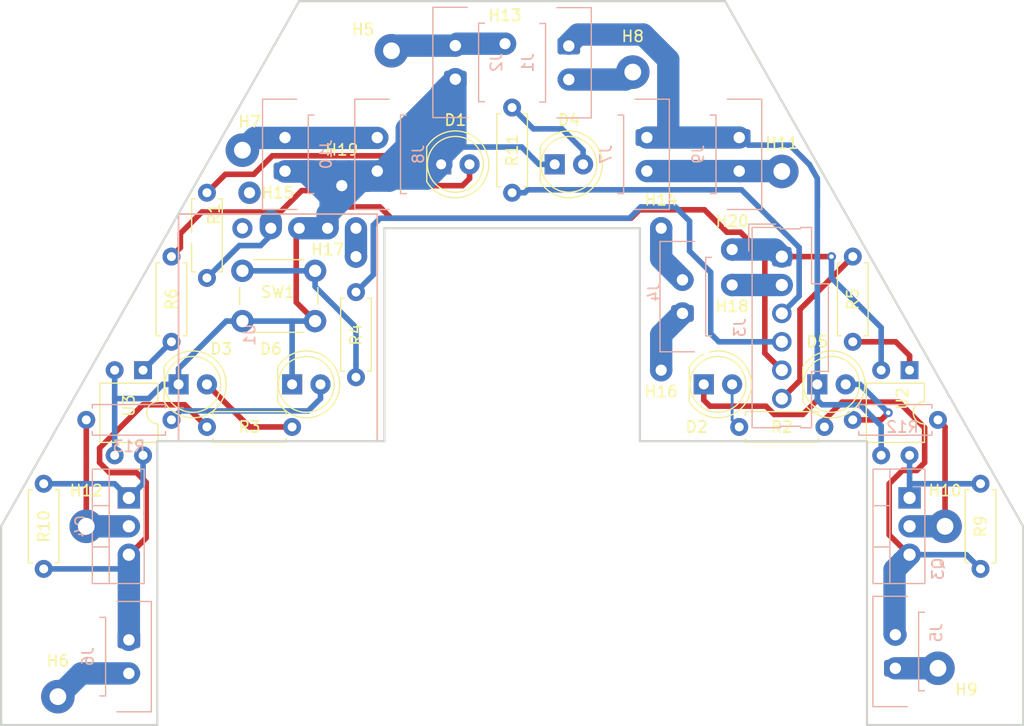
<source format=kicad_pcb>
(kicad_pcb (version 20171130) (host pcbnew 5.0.2-bee76a0~70~ubuntu18.04.1)

  (general
    (thickness 1.6)
    (drawings 14)
    (tracks 249)
    (zones 0)
    (modules 53)
    (nets 26)
  )

  (page A4)
  (layers
    (0 F.Cu signal)
    (31 B.Cu signal)
    (32 B.Adhes user hide)
    (33 F.Adhes user hide)
    (34 B.Paste user hide)
    (35 F.Paste user hide)
    (36 B.SilkS user)
    (37 F.SilkS user)
    (38 B.Mask user)
    (39 F.Mask user)
    (40 Dwgs.User user hide)
    (41 Cmts.User user hide)
    (42 Eco1.User user hide)
    (43 Eco2.User user hide)
    (44 Edge.Cuts user)
    (45 Margin user hide)
    (46 B.CrtYd user hide)
    (47 F.CrtYd user hide)
    (48 B.Fab user hide)
    (49 F.Fab user hide)
  )

  (setup
    (last_trace_width 2)
    (user_trace_width 0.5)
    (user_trace_width 0.8)
    (user_trace_width 2)
    (trace_clearance 0.3)
    (zone_clearance 0.508)
    (zone_45_only no)
    (trace_min 0.2)
    (segment_width 0.2)
    (edge_width 0.2)
    (via_size 0.8)
    (via_drill 0.4)
    (via_min_size 0.4)
    (via_min_drill 0.3)
    (uvia_size 0.3)
    (uvia_drill 0.1)
    (uvias_allowed no)
    (uvia_min_size 0.2)
    (uvia_min_drill 0.1)
    (pcb_text_width 0.3)
    (pcb_text_size 1.5 1.5)
    (mod_edge_width 0.15)
    (mod_text_size 1 1)
    (mod_text_width 0.15)
    (pad_size 1.524 1.524)
    (pad_drill 0.762)
    (pad_to_mask_clearance 0.051)
    (solder_mask_min_width 0.25)
    (aux_axis_origin 0 0)
    (visible_elements FFFFFF7F)
    (pcbplotparams
      (layerselection 0x010f0_ffffffff)
      (usegerberextensions false)
      (usegerberattributes true)
      (usegerberadvancedattributes false)
      (creategerberjobfile false)
      (excludeedgelayer false)
      (linewidth 0.150000)
      (plotframeref false)
      (viasonmask false)
      (mode 1)
      (useauxorigin false)
      (hpglpennumber 1)
      (hpglpenspeed 20)
      (hpglpendiameter 15.000000)
      (psnegative false)
      (psa4output false)
      (plotreference true)
      (plotvalue true)
      (plotinvisibletext false)
      (padsonsilk true)
      (subtractmaskfromsilk false)
      (outputformat 1)
      (mirror false)
      (drillshape 0)
      (scaleselection 1)
      (outputdirectory ""))
  )

  (net 0 "")
  (net 1 GND)
  (net 2 GND2)
  (net 3 /VIN_12V)
  (net 4 /VIN_6V)
  (net 5 "Net-(J5-Pad2)")
  (net 6 +12V)
  (net 7 +6V)
  (net 8 "Net-(Q3-Pad1)")
  (net 9 "Net-(Q4-Pad1)")
  (net 10 "Net-(D1-Pad2)")
  (net 11 "Net-(D2-Pad2)")
  (net 12 "Net-(D3-Pad2)")
  (net 13 "Net-(D4-Pad2)")
  (net 14 "Net-(D5-Pad2)")
  (net 15 "Net-(D6-Pad2)")
  (net 16 +5V)
  (net 17 /LED_STATUS)
  (net 18 /RPI_SW_POWER)
  (net 19 /CTRL_BAT1)
  (net 20 /CTRL_BAT2)
  (net 21 /VIN_RPI)
  (net 22 "Net-(R5-Pad1)")
  (net 23 "Net-(R6-Pad1)")
  (net 24 "Net-(R4-Pad2)")
  (net 25 "Net-(J6-Pad1)")

  (net_class Default "This is the default net class."
    (clearance 0.3)
    (trace_width 0.5)
    (via_dia 0.8)
    (via_drill 0.4)
    (uvia_dia 0.3)
    (uvia_drill 0.1)
    (diff_pair_gap 0.5)
    (diff_pair_width 0.5)
    (add_net +12V)
    (add_net +5V)
    (add_net +6V)
    (add_net /CTRL_BAT1)
    (add_net /CTRL_BAT2)
    (add_net /LED_STATUS)
    (add_net /RPI_SW_POWER)
    (add_net /VIN_12V)
    (add_net /VIN_6V)
    (add_net /VIN_RPI)
    (add_net GND)
    (add_net GND2)
    (add_net "Net-(D1-Pad2)")
    (add_net "Net-(D2-Pad2)")
    (add_net "Net-(D3-Pad2)")
    (add_net "Net-(D4-Pad2)")
    (add_net "Net-(D5-Pad2)")
    (add_net "Net-(D6-Pad2)")
    (add_net "Net-(J5-Pad2)")
    (add_net "Net-(J6-Pad1)")
    (add_net "Net-(Q3-Pad1)")
    (add_net "Net-(Q4-Pad1)")
    (add_net "Net-(R4-Pad2)")
    (add_net "Net-(R5-Pad1)")
    (add_net "Net-(R6-Pad1)")
  )

  (module Pololu:Pololu_reg15d (layer B.Cu) (tedit 5FB8F79E) (tstamp 5FC7ADF3)
    (at 57.785 69.85 270)
    (path /5FBA1DEC)
    (fp_text reference U1 (at 10.795 11.43 270) (layer B.SilkS)
      (effects (font (size 1 1) (thickness 0.15)) (justify mirror))
    )
    (fp_text value Regulator_D24V50F5 (at 10.795 8.89 270) (layer B.Fab)
      (effects (font (size 1 1) (thickness 0.15)) (justify mirror))
    )
    (fp_text user REF** (at 10.795 6.35 270) (layer B.Fab)
      (effects (font (size 1 1) (thickness 0.15)) (justify mirror))
    )
    (fp_line (start 0 17.78) (end 20.32 17.78) (layer B.SilkS) (width 0.15))
    (fp_line (start 20.32 17.78) (end 20.32 0) (layer B.SilkS) (width 0.15))
    (fp_line (start 20.32 0) (end 0 0) (layer B.SilkS) (width 0.15))
    (fp_line (start 0 0) (end 0 17.78) (layer B.SilkS) (width 0.15))
    (pad "" np_thru_hole circle (at 18.16 2.16 270) (size 2.18 2.18) (drill 2.18) (layers *.Cu *.Mask))
    (pad "" np_thru_hole circle (at 2.16 15.62 270) (size 2.18 2.18) (drill 2.18) (layers *.Cu *.Mask))
    (pad 1 thru_hole circle (at 1.27 12.065 270) (size 1.8 1.8) (drill 1) (layers *.Cu *.Mask))
    (pad 2 thru_hole circle (at 1.27 9.525 270) (size 1.8 1.8) (drill 1) (layers *.Cu *.Mask)
      (net 21 /VIN_RPI))
    (pad 3 thru_hole circle (at 1.27 6.985 270) (size 1.8 1.8) (drill 1) (layers *.Cu *.Mask)
      (net 1 GND))
    (pad 4 thru_hole circle (at 1.27 4.445 270) (size 1.8 1.8) (drill 1) (layers *.Cu *.Mask)
      (net 1 GND))
    (pad 5 thru_hole circle (at 1.27 1.905 270) (size 1.8 1.8) (drill 1) (layers *.Cu *.Mask)
      (net 16 +5V))
    (model ${KISYS3DMOD}/Pololu.3dshapes/Pololu_Regulator_D24V50F5.step
      (offset (xyz 0 17.8 2))
      (scale (xyz 1 1 1))
      (rotate (xyz 0 0 90))
    )
  )

  (module Connector_Molex:Molex_SL_171971-0006_1x06_P2.54mm_Vertical (layer B.Cu) (tedit 5DA36613) (tstamp 5FBEEB5D)
    (at 93.98 73.66 270)
    (descr "Molex Stackable Linear Connector, 171971-0006 (compatible alternatives: 171971-0106, 171971-0206), 6 Pins per row (https://www.molex.com/pdm_docs/sd/1719710002_sd.pdf), generated with kicad-footprint-generator")
    (tags "connector Molex SL vertical")
    (path /5FAE4052)
    (fp_text reference J3 (at 6.35 3.75 270) (layer B.SilkS)
      (effects (font (size 1 1) (thickness 0.15)) (justify mirror))
    )
    (fp_text value Conn_01x06 (at 6.35 -5.25 270) (layer B.Fab)
      (effects (font (size 1 1) (thickness 0.15)) (justify mirror))
    )
    (fp_text user %R (at 6.35 -1.85 270) (layer B.Fab)
      (effects (font (size 1 1) (thickness 0.15)) (justify mirror))
    )
    (fp_line (start 15.7 3.05) (end -3 3.05) (layer B.CrtYd) (width 0.05))
    (fp_line (start 15.7 -4.55) (end 15.7 3.05) (layer B.CrtYd) (width 0.05))
    (fp_line (start -3 -4.55) (end 15.7 -4.55) (layer B.CrtYd) (width 0.05))
    (fp_line (start -3 3.05) (end -3 -4.55) (layer B.CrtYd) (width 0.05))
    (fp_line (start 0 1.842893) (end -0.5 2.55) (layer B.Fab) (width 0.1))
    (fp_line (start 0.5 2.55) (end 0 1.842893) (layer B.Fab) (width 0.1))
    (fp_line (start -2.91 2.96) (end -0.5 2.96) (layer B.SilkS) (width 0.12))
    (fp_line (start -2.91 0.55) (end -2.91 2.96) (layer B.SilkS) (width 0.12))
    (fp_line (start 15.31 2.66) (end -2.61 2.66) (layer B.SilkS) (width 0.12))
    (fp_line (start 15.31 0.13) (end 15.31 2.66) (layer B.SilkS) (width 0.12))
    (fp_line (start 15.18 0.13) (end 15.31 0.13) (layer B.SilkS) (width 0.12))
    (fp_line (start 15.18 -1.68) (end 15.18 0.13) (layer B.SilkS) (width 0.12))
    (fp_line (start 15.31 -1.68) (end 15.18 -1.68) (layer B.SilkS) (width 0.12))
    (fp_line (start 15.31 -2.66) (end 15.31 -1.68) (layer B.SilkS) (width 0.12))
    (fp_line (start 10.27 -2.66) (end 15.31 -2.66) (layer B.SilkS) (width 0.12))
    (fp_line (start 10.27 -4.16) (end 10.27 -2.66) (layer B.SilkS) (width 0.12))
    (fp_line (start 2.43 -4.16) (end 10.27 -4.16) (layer B.SilkS) (width 0.12))
    (fp_line (start 2.43 -2.66) (end 2.43 -4.16) (layer B.SilkS) (width 0.12))
    (fp_line (start -2.61 -2.66) (end 2.43 -2.66) (layer B.SilkS) (width 0.12))
    (fp_line (start -2.61 -1.68) (end -2.61 -2.66) (layer B.SilkS) (width 0.12))
    (fp_line (start -2.48 -1.68) (end -2.61 -1.68) (layer B.SilkS) (width 0.12))
    (fp_line (start -2.48 0.13) (end -2.48 -1.68) (layer B.SilkS) (width 0.12))
    (fp_line (start -2.61 0.13) (end -2.48 0.13) (layer B.SilkS) (width 0.12))
    (fp_line (start -2.61 2.66) (end -2.61 0.13) (layer B.SilkS) (width 0.12))
    (fp_line (start 10.16 -4.05) (end 10.16 -2.55) (layer B.Fab) (width 0.1))
    (fp_line (start 2.54 -4.05) (end 10.16 -4.05) (layer B.Fab) (width 0.1))
    (fp_line (start 2.54 -2.55) (end 2.54 -4.05) (layer B.Fab) (width 0.1))
    (fp_line (start 15.2 2.55) (end -2.5 2.55) (layer B.Fab) (width 0.1))
    (fp_line (start 15.2 0.24) (end 15.2 2.55) (layer B.Fab) (width 0.1))
    (fp_line (start 15.07 0.24) (end 15.2 0.24) (layer B.Fab) (width 0.1))
    (fp_line (start 15.07 -1.79) (end 15.07 0.24) (layer B.Fab) (width 0.1))
    (fp_line (start 15.2 -1.79) (end 15.07 -1.79) (layer B.Fab) (width 0.1))
    (fp_line (start 15.2 -2.55) (end 15.2 -1.79) (layer B.Fab) (width 0.1))
    (fp_line (start -2.5 -2.55) (end 15.2 -2.55) (layer B.Fab) (width 0.1))
    (fp_line (start -2.5 -1.79) (end -2.5 -2.55) (layer B.Fab) (width 0.1))
    (fp_line (start -2.37 -1.79) (end -2.5 -1.79) (layer B.Fab) (width 0.1))
    (fp_line (start -2.37 0.24) (end -2.37 -1.79) (layer B.Fab) (width 0.1))
    (fp_line (start -2.5 0.24) (end -2.37 0.24) (layer B.Fab) (width 0.1))
    (fp_line (start -2.5 2.55) (end -2.5 0.24) (layer B.Fab) (width 0.1))
    (pad 6 thru_hole circle (at 12.7 0 270) (size 1.74 1.74) (drill 1.09) (layers *.Cu *.Mask)
      (net 20 /CTRL_BAT2))
    (pad 5 thru_hole circle (at 10.16 0 270) (size 1.74 1.74) (drill 1.09) (layers *.Cu *.Mask)
      (net 19 /CTRL_BAT1))
    (pad 4 thru_hole circle (at 7.62 0 270) (size 1.74 1.74) (drill 1.09) (layers *.Cu *.Mask)
      (net 18 /RPI_SW_POWER))
    (pad 3 thru_hole circle (at 5.08 0 270) (size 1.74 1.74) (drill 1.09) (layers *.Cu *.Mask)
      (net 17 /LED_STATUS))
    (pad 2 thru_hole circle (at 2.54 0 270) (size 1.74 1.74) (drill 1.09) (layers *.Cu *.Mask)
      (net 16 +5V))
    (pad 1 thru_hole roundrect (at 0 0 270) (size 1.74 1.74) (drill 1.09) (layers *.Cu *.Mask) (roundrect_rratio 0.143678)
      (net 1 GND))
    (model ${KISYS3DMOD}/Connector_Molex.3dshapes/Molex_SL_171971-0006_1x06_P2.54mm_Vertical.wrl
      (at (xyz 0 0 0))
      (scale (xyz 1 1 1))
      (rotate (xyz 0 0 0))
    )
    (model ${KISYS3DMOD}/Connector_Molex.3dshapes/Molex_SL_70543-0005_1x06_P2.54mm_Vertical.step
      (offset (xyz 6.5 0 8))
      (scale (xyz 1 1 1))
      (rotate (xyz 0 0 180))
    )
  )

  (module Package_TO_SOT_THT:TO-220-3_Vertical (layer B.Cu) (tedit 5AC8BA0D) (tstamp 5FBEEC81)
    (at 105.41 95.25 270)
    (descr "TO-220-3, Vertical, RM 2.54mm, see https://www.vishay.com/docs/66542/to-220-1.pdf")
    (tags "TO-220-3 Vertical RM 2.54mm")
    (path /5FAD8A0F)
    (fp_text reference Q3 (at 6.35 -2.54 270) (layer B.SilkS)
      (effects (font (size 1 1) (thickness 0.15)) (justify mirror))
    )
    (fp_text value SQP50P03-07 (at 2.54 -2.5 270) (layer B.Fab)
      (effects (font (size 1 1) (thickness 0.15)) (justify mirror))
    )
    (fp_text user %R (at 2.54 4.27 270) (layer B.Fab)
      (effects (font (size 1 1) (thickness 0.15)) (justify mirror))
    )
    (fp_line (start 7.79 3.4) (end -2.71 3.4) (layer B.CrtYd) (width 0.05))
    (fp_line (start 7.79 -1.51) (end 7.79 3.4) (layer B.CrtYd) (width 0.05))
    (fp_line (start -2.71 -1.51) (end 7.79 -1.51) (layer B.CrtYd) (width 0.05))
    (fp_line (start -2.71 3.4) (end -2.71 -1.51) (layer B.CrtYd) (width 0.05))
    (fp_line (start 4.391 3.27) (end 4.391 1.76) (layer B.SilkS) (width 0.12))
    (fp_line (start 0.69 3.27) (end 0.69 1.76) (layer B.SilkS) (width 0.12))
    (fp_line (start -2.58 1.76) (end 7.66 1.76) (layer B.SilkS) (width 0.12))
    (fp_line (start 7.66 3.27) (end 7.66 -1.371) (layer B.SilkS) (width 0.12))
    (fp_line (start -2.58 3.27) (end -2.58 -1.371) (layer B.SilkS) (width 0.12))
    (fp_line (start -2.58 -1.371) (end 7.66 -1.371) (layer B.SilkS) (width 0.12))
    (fp_line (start -2.58 3.27) (end 7.66 3.27) (layer B.SilkS) (width 0.12))
    (fp_line (start 4.39 3.15) (end 4.39 1.88) (layer B.Fab) (width 0.1))
    (fp_line (start 0.69 3.15) (end 0.69 1.88) (layer B.Fab) (width 0.1))
    (fp_line (start -2.46 1.88) (end 7.54 1.88) (layer B.Fab) (width 0.1))
    (fp_line (start 7.54 3.15) (end -2.46 3.15) (layer B.Fab) (width 0.1))
    (fp_line (start 7.54 -1.25) (end 7.54 3.15) (layer B.Fab) (width 0.1))
    (fp_line (start -2.46 -1.25) (end 7.54 -1.25) (layer B.Fab) (width 0.1))
    (fp_line (start -2.46 3.15) (end -2.46 -1.25) (layer B.Fab) (width 0.1))
    (pad 3 thru_hole oval (at 5.08 0 270) (size 1.905 2) (drill 1.1) (layers *.Cu *.Mask)
      (net 5 "Net-(J5-Pad2)"))
    (pad 2 thru_hole oval (at 2.54 0 270) (size 1.905 2) (drill 1.1) (layers *.Cu *.Mask)
      (net 6 +12V))
    (pad 1 thru_hole rect (at 0 0 270) (size 1.905 2) (drill 1.1) (layers *.Cu *.Mask)
      (net 8 "Net-(Q3-Pad1)"))
    (model ${KISYS3DMOD}/Package_TO_SOT_THT.3dshapes/TO-220-3_Vertical.wrl
      (at (xyz 0 0 0))
      (scale (xyz 1 1 1))
      (rotate (xyz 0 0 0))
    )
  )

  (module Package_TO_SOT_THT:TO-220-3_Vertical (layer B.Cu) (tedit 5AC8BA0D) (tstamp 5FBEEC9B)
    (at 35.56 95.25 270)
    (descr "TO-220-3, Vertical, RM 2.54mm, see https://www.vishay.com/docs/66542/to-220-1.pdf")
    (tags "TO-220-3 Vertical RM 2.54mm")
    (path /5FAD7CD8)
    (fp_text reference Q4 (at 2.54 4.27 270) (layer B.SilkS)
      (effects (font (size 1 1) (thickness 0.15)) (justify mirror))
    )
    (fp_text value SQP50P03-07 (at 2.54 -2.5 270) (layer B.Fab)
      (effects (font (size 1 1) (thickness 0.15)) (justify mirror))
    )
    (fp_text user %R (at 2.54 4.27 270) (layer B.Fab)
      (effects (font (size 1 1) (thickness 0.15)) (justify mirror))
    )
    (fp_line (start 7.79 3.4) (end -2.71 3.4) (layer B.CrtYd) (width 0.05))
    (fp_line (start 7.79 -1.51) (end 7.79 3.4) (layer B.CrtYd) (width 0.05))
    (fp_line (start -2.71 -1.51) (end 7.79 -1.51) (layer B.CrtYd) (width 0.05))
    (fp_line (start -2.71 3.4) (end -2.71 -1.51) (layer B.CrtYd) (width 0.05))
    (fp_line (start 4.391 3.27) (end 4.391 1.76) (layer B.SilkS) (width 0.12))
    (fp_line (start 0.69 3.27) (end 0.69 1.76) (layer B.SilkS) (width 0.12))
    (fp_line (start -2.58 1.76) (end 7.66 1.76) (layer B.SilkS) (width 0.12))
    (fp_line (start 7.66 3.27) (end 7.66 -1.371) (layer B.SilkS) (width 0.12))
    (fp_line (start -2.58 3.27) (end -2.58 -1.371) (layer B.SilkS) (width 0.12))
    (fp_line (start -2.58 -1.371) (end 7.66 -1.371) (layer B.SilkS) (width 0.12))
    (fp_line (start -2.58 3.27) (end 7.66 3.27) (layer B.SilkS) (width 0.12))
    (fp_line (start 4.39 3.15) (end 4.39 1.88) (layer B.Fab) (width 0.1))
    (fp_line (start 0.69 3.15) (end 0.69 1.88) (layer B.Fab) (width 0.1))
    (fp_line (start -2.46 1.88) (end 7.54 1.88) (layer B.Fab) (width 0.1))
    (fp_line (start 7.54 3.15) (end -2.46 3.15) (layer B.Fab) (width 0.1))
    (fp_line (start 7.54 -1.25) (end 7.54 3.15) (layer B.Fab) (width 0.1))
    (fp_line (start -2.46 -1.25) (end 7.54 -1.25) (layer B.Fab) (width 0.1))
    (fp_line (start -2.46 3.15) (end -2.46 -1.25) (layer B.Fab) (width 0.1))
    (pad 3 thru_hole oval (at 5.08 0 270) (size 1.905 2) (drill 1.1) (layers *.Cu *.Mask)
      (net 25 "Net-(J6-Pad1)"))
    (pad 2 thru_hole oval (at 2.54 0 270) (size 1.905 2) (drill 1.1) (layers *.Cu *.Mask)
      (net 7 +6V))
    (pad 1 thru_hole rect (at 0 0 270) (size 1.905 2) (drill 1.1) (layers *.Cu *.Mask)
      (net 9 "Net-(Q4-Pad1)"))
    (model ${KISYS3DMOD}/Package_TO_SOT_THT.3dshapes/TO-220-3_Vertical.wrl
      (at (xyz 0 0 0))
      (scale (xyz 1 1 1))
      (rotate (xyz 0 0 0))
    )
  )

  (module Package_DIP:DIP-4_W7.62mm (layer F.Cu) (tedit 5A02E8C5) (tstamp 5FBEECB3)
    (at 105.41 83.82 270)
    (descr "4-lead though-hole mounted DIP package, row spacing 7.62 mm (300 mils)")
    (tags "THT DIP DIL PDIP 2.54mm 7.62mm 300mil")
    (path /5FB0738F)
    (fp_text reference U2 (at 2.54 0.635 270) (layer F.SilkS)
      (effects (font (size 1 1) (thickness 0.15)))
    )
    (fp_text value PC817 (at 3.81 4.87 270) (layer F.Fab)
      (effects (font (size 1 1) (thickness 0.15)))
    )
    (fp_text user %R (at 3.81 1.27 270) (layer F.Fab)
      (effects (font (size 1 1) (thickness 0.15)))
    )
    (fp_line (start 8.7 -1.55) (end -1.1 -1.55) (layer F.CrtYd) (width 0.05))
    (fp_line (start 8.7 4.1) (end 8.7 -1.55) (layer F.CrtYd) (width 0.05))
    (fp_line (start -1.1 4.1) (end 8.7 4.1) (layer F.CrtYd) (width 0.05))
    (fp_line (start -1.1 -1.55) (end -1.1 4.1) (layer F.CrtYd) (width 0.05))
    (fp_line (start 6.46 -1.33) (end 4.81 -1.33) (layer F.SilkS) (width 0.12))
    (fp_line (start 6.46 3.87) (end 6.46 -1.33) (layer F.SilkS) (width 0.12))
    (fp_line (start 1.16 3.87) (end 6.46 3.87) (layer F.SilkS) (width 0.12))
    (fp_line (start 1.16 -1.33) (end 1.16 3.87) (layer F.SilkS) (width 0.12))
    (fp_line (start 2.81 -1.33) (end 1.16 -1.33) (layer F.SilkS) (width 0.12))
    (fp_line (start 0.635 -0.27) (end 1.635 -1.27) (layer F.Fab) (width 0.1))
    (fp_line (start 0.635 3.81) (end 0.635 -0.27) (layer F.Fab) (width 0.1))
    (fp_line (start 6.985 3.81) (end 0.635 3.81) (layer F.Fab) (width 0.1))
    (fp_line (start 6.985 -1.27) (end 6.985 3.81) (layer F.Fab) (width 0.1))
    (fp_line (start 1.635 -1.27) (end 6.985 -1.27) (layer F.Fab) (width 0.1))
    (fp_arc (start 3.81 -1.33) (end 2.81 -1.33) (angle -180) (layer F.SilkS) (width 0.12))
    (pad 4 thru_hole oval (at 7.62 0 270) (size 1.6 1.6) (drill 0.8) (layers *.Cu *.Mask)
      (net 8 "Net-(Q3-Pad1)"))
    (pad 2 thru_hole oval (at 0 2.54 270) (size 1.6 1.6) (drill 0.8) (layers *.Cu *.Mask)
      (net 1 GND))
    (pad 3 thru_hole oval (at 7.62 2.54 270) (size 1.6 1.6) (drill 0.8) (layers *.Cu *.Mask)
      (net 2 GND2))
    (pad 1 thru_hole rect (at 0 0 270) (size 1.6 1.6) (drill 0.8) (layers *.Cu *.Mask)
      (net 22 "Net-(R5-Pad1)"))
    (model ${KISYS3DMOD}/Package_DIP.3dshapes/DIP-4_W7.62mm.wrl
      (at (xyz 0 0 0))
      (scale (xyz 1 1 1))
      (rotate (xyz 0 0 0))
    )
  )

  (module Package_DIP:DIP-4_W7.62mm (layer F.Cu) (tedit 5A02E8C5) (tstamp 5FBEECCB)
    (at 36.83 83.82 270)
    (descr "4-lead though-hole mounted DIP package, row spacing 7.62 mm (300 mils)")
    (tags "THT DIP DIL PDIP 2.54mm 7.62mm 300mil")
    (path /5FB062B6)
    (fp_text reference U3 (at 3.175 1.27 270) (layer F.SilkS)
      (effects (font (size 1 1) (thickness 0.15)))
    )
    (fp_text value PC817 (at 3.81 4.87 270) (layer F.Fab)
      (effects (font (size 1 1) (thickness 0.15)))
    )
    (fp_text user %R (at 3.81 1.27 270) (layer F.Fab)
      (effects (font (size 1 1) (thickness 0.15)))
    )
    (fp_line (start 8.7 -1.55) (end -1.1 -1.55) (layer F.CrtYd) (width 0.05))
    (fp_line (start 8.7 4.1) (end 8.7 -1.55) (layer F.CrtYd) (width 0.05))
    (fp_line (start -1.1 4.1) (end 8.7 4.1) (layer F.CrtYd) (width 0.05))
    (fp_line (start -1.1 -1.55) (end -1.1 4.1) (layer F.CrtYd) (width 0.05))
    (fp_line (start 6.46 -1.33) (end 4.81 -1.33) (layer F.SilkS) (width 0.12))
    (fp_line (start 6.46 3.87) (end 6.46 -1.33) (layer F.SilkS) (width 0.12))
    (fp_line (start 1.16 3.87) (end 6.46 3.87) (layer F.SilkS) (width 0.12))
    (fp_line (start 1.16 -1.33) (end 1.16 3.87) (layer F.SilkS) (width 0.12))
    (fp_line (start 2.81 -1.33) (end 1.16 -1.33) (layer F.SilkS) (width 0.12))
    (fp_line (start 0.635 -0.27) (end 1.635 -1.27) (layer F.Fab) (width 0.1))
    (fp_line (start 0.635 3.81) (end 0.635 -0.27) (layer F.Fab) (width 0.1))
    (fp_line (start 6.985 3.81) (end 0.635 3.81) (layer F.Fab) (width 0.1))
    (fp_line (start 6.985 -1.27) (end 6.985 3.81) (layer F.Fab) (width 0.1))
    (fp_line (start 1.635 -1.27) (end 6.985 -1.27) (layer F.Fab) (width 0.1))
    (fp_arc (start 3.81 -1.33) (end 2.81 -1.33) (angle -180) (layer F.SilkS) (width 0.12))
    (pad 4 thru_hole oval (at 7.62 0 270) (size 1.6 1.6) (drill 0.8) (layers *.Cu *.Mask)
      (net 9 "Net-(Q4-Pad1)"))
    (pad 2 thru_hole oval (at 0 2.54 270) (size 1.6 1.6) (drill 0.8) (layers *.Cu *.Mask)
      (net 1 GND))
    (pad 3 thru_hole oval (at 7.62 2.54 270) (size 1.6 1.6) (drill 0.8) (layers *.Cu *.Mask)
      (net 1 GND))
    (pad 1 thru_hole rect (at 0 0 270) (size 1.6 1.6) (drill 0.8) (layers *.Cu *.Mask)
      (net 23 "Net-(R6-Pad1)"))
    (model ${KISYS3DMOD}/Package_DIP.3dshapes/DIP-4_W7.62mm.wrl
      (at (xyz 0 0 0))
      (scale (xyz 1 1 1))
      (rotate (xyz 0 0 0))
    )
  )

  (module Resistor_THT:R_Axial_DIN0207_L6.3mm_D2.5mm_P7.62mm_Horizontal (layer F.Cu) (tedit 5AE5139B) (tstamp 5FBF01AD)
    (at 42.545 75.565 90)
    (descr "Resistor, Axial_DIN0207 series, Axial, Horizontal, pin pitch=7.62mm, 0.25W = 1/4W, length*diameter=6.3*2.5mm^2, http://cdn-reichelt.de/documents/datenblatt/B400/1_4W%23YAG.pdf")
    (tags "Resistor Axial_DIN0207 series Axial Horizontal pin pitch 7.62mm 0.25W = 1/4W length 6.3mm diameter 2.5mm")
    (path /5FAF0A74)
    (fp_text reference R1 (at 5.715 0.635 90) (layer F.SilkS)
      (effects (font (size 1 1) (thickness 0.15)))
    )
    (fp_text value 680R (at 3.81 2.37 90) (layer F.Fab)
      (effects (font (size 1 1) (thickness 0.15)))
    )
    (fp_text user %R (at 3.81 0 90) (layer F.Fab)
      (effects (font (size 1 1) (thickness 0.15)))
    )
    (fp_line (start 8.67 -1.5) (end -1.05 -1.5) (layer F.CrtYd) (width 0.05))
    (fp_line (start 8.67 1.5) (end 8.67 -1.5) (layer F.CrtYd) (width 0.05))
    (fp_line (start -1.05 1.5) (end 8.67 1.5) (layer F.CrtYd) (width 0.05))
    (fp_line (start -1.05 -1.5) (end -1.05 1.5) (layer F.CrtYd) (width 0.05))
    (fp_line (start 7.08 1.37) (end 7.08 1.04) (layer F.SilkS) (width 0.12))
    (fp_line (start 0.54 1.37) (end 7.08 1.37) (layer F.SilkS) (width 0.12))
    (fp_line (start 0.54 1.04) (end 0.54 1.37) (layer F.SilkS) (width 0.12))
    (fp_line (start 7.08 -1.37) (end 7.08 -1.04) (layer F.SilkS) (width 0.12))
    (fp_line (start 0.54 -1.37) (end 7.08 -1.37) (layer F.SilkS) (width 0.12))
    (fp_line (start 0.54 -1.04) (end 0.54 -1.37) (layer F.SilkS) (width 0.12))
    (fp_line (start 7.62 0) (end 6.96 0) (layer F.Fab) (width 0.1))
    (fp_line (start 0 0) (end 0.66 0) (layer F.Fab) (width 0.1))
    (fp_line (start 6.96 -1.25) (end 0.66 -1.25) (layer F.Fab) (width 0.1))
    (fp_line (start 6.96 1.25) (end 6.96 -1.25) (layer F.Fab) (width 0.1))
    (fp_line (start 0.66 1.25) (end 6.96 1.25) (layer F.Fab) (width 0.1))
    (fp_line (start 0.66 -1.25) (end 0.66 1.25) (layer F.Fab) (width 0.1))
    (pad 2 thru_hole oval (at 7.62 0 90) (size 1.6 1.6) (drill 0.8) (layers *.Cu *.Mask)
      (net 10 "Net-(D1-Pad2)"))
    (pad 1 thru_hole circle (at 0 0 90) (size 1.6 1.6) (drill 0.8) (layers *.Cu *.Mask)
      (net 21 /VIN_RPI))
    (model ${KISYS3DMOD}/Resistor_THT.3dshapes/R_Axial_DIN0207_L6.3mm_D2.5mm_P7.62mm_Horizontal.wrl
      (at (xyz 0 0 0))
      (scale (xyz 1 1 1))
      (rotate (xyz 0 0 0))
    )
  )

  (module Resistor_THT:R_Axial_DIN0207_L6.3mm_D2.5mm_P7.62mm_Horizontal (layer F.Cu) (tedit 5AE5139B) (tstamp 5FBF01C4)
    (at 97.79 88.9 180)
    (descr "Resistor, Axial_DIN0207 series, Axial, Horizontal, pin pitch=7.62mm, 0.25W = 1/4W, length*diameter=6.3*2.5mm^2, http://cdn-reichelt.de/documents/datenblatt/B400/1_4W%23YAG.pdf")
    (tags "Resistor Axial_DIN0207 series Axial Horizontal pin pitch 7.62mm 0.25W = 1/4W length 6.3mm diameter 2.5mm")
    (path /5FAEE38F)
    (fp_text reference R2 (at 3.81 0 180) (layer F.SilkS)
      (effects (font (size 1 1) (thickness 0.15)))
    )
    (fp_text value 680R (at 3.81 2.37 180) (layer F.Fab)
      (effects (font (size 1 1) (thickness 0.15)))
    )
    (fp_text user %R (at 3.81 0 180) (layer F.Fab)
      (effects (font (size 1 1) (thickness 0.15)))
    )
    (fp_line (start 8.67 -1.5) (end -1.05 -1.5) (layer F.CrtYd) (width 0.05))
    (fp_line (start 8.67 1.5) (end 8.67 -1.5) (layer F.CrtYd) (width 0.05))
    (fp_line (start -1.05 1.5) (end 8.67 1.5) (layer F.CrtYd) (width 0.05))
    (fp_line (start -1.05 -1.5) (end -1.05 1.5) (layer F.CrtYd) (width 0.05))
    (fp_line (start 7.08 1.37) (end 7.08 1.04) (layer F.SilkS) (width 0.12))
    (fp_line (start 0.54 1.37) (end 7.08 1.37) (layer F.SilkS) (width 0.12))
    (fp_line (start 0.54 1.04) (end 0.54 1.37) (layer F.SilkS) (width 0.12))
    (fp_line (start 7.08 -1.37) (end 7.08 -1.04) (layer F.SilkS) (width 0.12))
    (fp_line (start 0.54 -1.37) (end 7.08 -1.37) (layer F.SilkS) (width 0.12))
    (fp_line (start 0.54 -1.04) (end 0.54 -1.37) (layer F.SilkS) (width 0.12))
    (fp_line (start 7.62 0) (end 6.96 0) (layer F.Fab) (width 0.1))
    (fp_line (start 0 0) (end 0.66 0) (layer F.Fab) (width 0.1))
    (fp_line (start 6.96 -1.25) (end 0.66 -1.25) (layer F.Fab) (width 0.1))
    (fp_line (start 6.96 1.25) (end 6.96 -1.25) (layer F.Fab) (width 0.1))
    (fp_line (start 0.66 1.25) (end 6.96 1.25) (layer F.Fab) (width 0.1))
    (fp_line (start 0.66 -1.25) (end 0.66 1.25) (layer F.Fab) (width 0.1))
    (pad 2 thru_hole oval (at 7.62 0 180) (size 1.6 1.6) (drill 0.8) (layers *.Cu *.Mask)
      (net 11 "Net-(D2-Pad2)"))
    (pad 1 thru_hole circle (at 0 0 180) (size 1.6 1.6) (drill 0.8) (layers *.Cu *.Mask)
      (net 5 "Net-(J5-Pad2)"))
    (model ${KISYS3DMOD}/Resistor_THT.3dshapes/R_Axial_DIN0207_L6.3mm_D2.5mm_P7.62mm_Horizontal.wrl
      (at (xyz 0 0 0))
      (scale (xyz 1 1 1))
      (rotate (xyz 0 0 0))
    )
  )

  (module Resistor_THT:R_Axial_DIN0207_L6.3mm_D2.5mm_P7.62mm_Horizontal (layer F.Cu) (tedit 5AE5139B) (tstamp 5FBF01DB)
    (at 42.545 88.9)
    (descr "Resistor, Axial_DIN0207 series, Axial, Horizontal, pin pitch=7.62mm, 0.25W = 1/4W, length*diameter=6.3*2.5mm^2, http://cdn-reichelt.de/documents/datenblatt/B400/1_4W%23YAG.pdf")
    (tags "Resistor Axial_DIN0207 series Axial Horizontal pin pitch 7.62mm 0.25W = 1/4W length 6.3mm diameter 2.5mm")
    (path /5FAEBF2A)
    (fp_text reference R3 (at 3.81 0) (layer F.SilkS)
      (effects (font (size 1 1) (thickness 0.15)))
    )
    (fp_text value R (at 3.81 2.37) (layer F.Fab)
      (effects (font (size 1 1) (thickness 0.15)))
    )
    (fp_text user %R (at 3.81 0) (layer F.Fab)
      (effects (font (size 1 1) (thickness 0.15)))
    )
    (fp_line (start 8.67 -1.5) (end -1.05 -1.5) (layer F.CrtYd) (width 0.05))
    (fp_line (start 8.67 1.5) (end 8.67 -1.5) (layer F.CrtYd) (width 0.05))
    (fp_line (start -1.05 1.5) (end 8.67 1.5) (layer F.CrtYd) (width 0.05))
    (fp_line (start -1.05 -1.5) (end -1.05 1.5) (layer F.CrtYd) (width 0.05))
    (fp_line (start 7.08 1.37) (end 7.08 1.04) (layer F.SilkS) (width 0.12))
    (fp_line (start 0.54 1.37) (end 7.08 1.37) (layer F.SilkS) (width 0.12))
    (fp_line (start 0.54 1.04) (end 0.54 1.37) (layer F.SilkS) (width 0.12))
    (fp_line (start 7.08 -1.37) (end 7.08 -1.04) (layer F.SilkS) (width 0.12))
    (fp_line (start 0.54 -1.37) (end 7.08 -1.37) (layer F.SilkS) (width 0.12))
    (fp_line (start 0.54 -1.04) (end 0.54 -1.37) (layer F.SilkS) (width 0.12))
    (fp_line (start 7.62 0) (end 6.96 0) (layer F.Fab) (width 0.1))
    (fp_line (start 0 0) (end 0.66 0) (layer F.Fab) (width 0.1))
    (fp_line (start 6.96 -1.25) (end 0.66 -1.25) (layer F.Fab) (width 0.1))
    (fp_line (start 6.96 1.25) (end 6.96 -1.25) (layer F.Fab) (width 0.1))
    (fp_line (start 0.66 1.25) (end 6.96 1.25) (layer F.Fab) (width 0.1))
    (fp_line (start 0.66 -1.25) (end 0.66 1.25) (layer F.Fab) (width 0.1))
    (pad 2 thru_hole oval (at 7.62 0) (size 1.6 1.6) (drill 0.8) (layers *.Cu *.Mask)
      (net 12 "Net-(D3-Pad2)"))
    (pad 1 thru_hole circle (at 0 0) (size 1.6 1.6) (drill 0.8) (layers *.Cu *.Mask)
      (net 25 "Net-(J6-Pad1)"))
    (model ${KISYS3DMOD}/Resistor_THT.3dshapes/R_Axial_DIN0207_L6.3mm_D2.5mm_P7.62mm_Horizontal.wrl
      (at (xyz 0 0 0))
      (scale (xyz 1 1 1))
      (rotate (xyz 0 0 0))
    )
  )

  (module Resistor_THT:R_Axial_DIN0207_L6.3mm_D2.5mm_P7.62mm_Horizontal (layer F.Cu) (tedit 5AE5139B) (tstamp 5FBF01F2)
    (at 55.88 76.835 270)
    (descr "Resistor, Axial_DIN0207 series, Axial, Horizontal, pin pitch=7.62mm, 0.25W = 1/4W, length*diameter=6.3*2.5mm^2, http://cdn-reichelt.de/documents/datenblatt/B400/1_4W%23YAG.pdf")
    (tags "Resistor Axial_DIN0207 series Axial Horizontal pin pitch 7.62mm 0.25W = 1/4W length 6.3mm diameter 2.5mm")
    (path /5FAE4E5D)
    (fp_text reference R4 (at 3.81 0 270) (layer F.SilkS)
      (effects (font (size 1 1) (thickness 0.15)))
    )
    (fp_text value 220R (at 3.81 2.37 270) (layer F.Fab)
      (effects (font (size 1 1) (thickness 0.15)))
    )
    (fp_text user %R (at 3.81 0 270) (layer F.Fab)
      (effects (font (size 1 1) (thickness 0.15)))
    )
    (fp_line (start 8.67 -1.5) (end -1.05 -1.5) (layer F.CrtYd) (width 0.05))
    (fp_line (start 8.67 1.5) (end 8.67 -1.5) (layer F.CrtYd) (width 0.05))
    (fp_line (start -1.05 1.5) (end 8.67 1.5) (layer F.CrtYd) (width 0.05))
    (fp_line (start -1.05 -1.5) (end -1.05 1.5) (layer F.CrtYd) (width 0.05))
    (fp_line (start 7.08 1.37) (end 7.08 1.04) (layer F.SilkS) (width 0.12))
    (fp_line (start 0.54 1.37) (end 7.08 1.37) (layer F.SilkS) (width 0.12))
    (fp_line (start 0.54 1.04) (end 0.54 1.37) (layer F.SilkS) (width 0.12))
    (fp_line (start 7.08 -1.37) (end 7.08 -1.04) (layer F.SilkS) (width 0.12))
    (fp_line (start 0.54 -1.37) (end 7.08 -1.37) (layer F.SilkS) (width 0.12))
    (fp_line (start 0.54 -1.04) (end 0.54 -1.37) (layer F.SilkS) (width 0.12))
    (fp_line (start 7.62 0) (end 6.96 0) (layer F.Fab) (width 0.1))
    (fp_line (start 0 0) (end 0.66 0) (layer F.Fab) (width 0.1))
    (fp_line (start 6.96 -1.25) (end 0.66 -1.25) (layer F.Fab) (width 0.1))
    (fp_line (start 6.96 1.25) (end 6.96 -1.25) (layer F.Fab) (width 0.1))
    (fp_line (start 0.66 1.25) (end 6.96 1.25) (layer F.Fab) (width 0.1))
    (fp_line (start 0.66 -1.25) (end 0.66 1.25) (layer F.Fab) (width 0.1))
    (pad 2 thru_hole oval (at 7.62 0 270) (size 1.6 1.6) (drill 0.8) (layers *.Cu *.Mask)
      (net 24 "Net-(R4-Pad2)"))
    (pad 1 thru_hole circle (at 0 0 270) (size 1.6 1.6) (drill 0.8) (layers *.Cu *.Mask)
      (net 18 /RPI_SW_POWER))
    (model ${KISYS3DMOD}/Resistor_THT.3dshapes/R_Axial_DIN0207_L6.3mm_D2.5mm_P7.62mm_Horizontal.wrl
      (at (xyz 0 0 0))
      (scale (xyz 1 1 1))
      (rotate (xyz 0 0 0))
    )
  )

  (module Resistor_THT:R_Axial_DIN0207_L6.3mm_D2.5mm_P7.62mm_Horizontal (layer F.Cu) (tedit 5AE5139B) (tstamp 5FBF0209)
    (at 100.33 81.28 90)
    (descr "Resistor, Axial_DIN0207 series, Axial, Horizontal, pin pitch=7.62mm, 0.25W = 1/4W, length*diameter=6.3*2.5mm^2, http://cdn-reichelt.de/documents/datenblatt/B400/1_4W%23YAG.pdf")
    (tags "Resistor Axial_DIN0207 series Axial Horizontal pin pitch 7.62mm 0.25W = 1/4W length 6.3mm diameter 2.5mm")
    (path /5FAD8A24)
    (fp_text reference R5 (at 3.81 0 90) (layer F.SilkS)
      (effects (font (size 1 1) (thickness 0.15)))
    )
    (fp_text value 220R (at 3.81 2.37 90) (layer F.Fab)
      (effects (font (size 1 1) (thickness 0.15)))
    )
    (fp_text user %R (at 3.81 0 90) (layer F.Fab)
      (effects (font (size 1 1) (thickness 0.15)))
    )
    (fp_line (start 8.67 -1.5) (end -1.05 -1.5) (layer F.CrtYd) (width 0.05))
    (fp_line (start 8.67 1.5) (end 8.67 -1.5) (layer F.CrtYd) (width 0.05))
    (fp_line (start -1.05 1.5) (end 8.67 1.5) (layer F.CrtYd) (width 0.05))
    (fp_line (start -1.05 -1.5) (end -1.05 1.5) (layer F.CrtYd) (width 0.05))
    (fp_line (start 7.08 1.37) (end 7.08 1.04) (layer F.SilkS) (width 0.12))
    (fp_line (start 0.54 1.37) (end 7.08 1.37) (layer F.SilkS) (width 0.12))
    (fp_line (start 0.54 1.04) (end 0.54 1.37) (layer F.SilkS) (width 0.12))
    (fp_line (start 7.08 -1.37) (end 7.08 -1.04) (layer F.SilkS) (width 0.12))
    (fp_line (start 0.54 -1.37) (end 7.08 -1.37) (layer F.SilkS) (width 0.12))
    (fp_line (start 0.54 -1.04) (end 0.54 -1.37) (layer F.SilkS) (width 0.12))
    (fp_line (start 7.62 0) (end 6.96 0) (layer F.Fab) (width 0.1))
    (fp_line (start 0 0) (end 0.66 0) (layer F.Fab) (width 0.1))
    (fp_line (start 6.96 -1.25) (end 0.66 -1.25) (layer F.Fab) (width 0.1))
    (fp_line (start 6.96 1.25) (end 6.96 -1.25) (layer F.Fab) (width 0.1))
    (fp_line (start 0.66 1.25) (end 6.96 1.25) (layer F.Fab) (width 0.1))
    (fp_line (start 0.66 -1.25) (end 0.66 1.25) (layer F.Fab) (width 0.1))
    (pad 2 thru_hole oval (at 7.62 0 90) (size 1.6 1.6) (drill 0.8) (layers *.Cu *.Mask)
      (net 20 /CTRL_BAT2))
    (pad 1 thru_hole circle (at 0 0 90) (size 1.6 1.6) (drill 0.8) (layers *.Cu *.Mask)
      (net 22 "Net-(R5-Pad1)"))
    (model ${KISYS3DMOD}/Resistor_THT.3dshapes/R_Axial_DIN0207_L6.3mm_D2.5mm_P7.62mm_Horizontal.wrl
      (at (xyz 0 0 0))
      (scale (xyz 1 1 1))
      (rotate (xyz 0 0 0))
    )
  )

  (module Resistor_THT:R_Axial_DIN0207_L6.3mm_D2.5mm_P7.62mm_Horizontal (layer F.Cu) (tedit 5AE5139B) (tstamp 5FBF0220)
    (at 39.37 81.28 90)
    (descr "Resistor, Axial_DIN0207 series, Axial, Horizontal, pin pitch=7.62mm, 0.25W = 1/4W, length*diameter=6.3*2.5mm^2, http://cdn-reichelt.de/documents/datenblatt/B400/1_4W%23YAG.pdf")
    (tags "Resistor Axial_DIN0207 series Axial Horizontal pin pitch 7.62mm 0.25W = 1/4W length 6.3mm diameter 2.5mm")
    (path /5FAD8295)
    (fp_text reference R6 (at 3.81 0 90) (layer F.SilkS)
      (effects (font (size 1 1) (thickness 0.15)))
    )
    (fp_text value 220R (at 3.81 2.37 90) (layer F.Fab)
      (effects (font (size 1 1) (thickness 0.15)))
    )
    (fp_text user %R (at 3.81 0 90) (layer F.Fab)
      (effects (font (size 1 1) (thickness 0.15)))
    )
    (fp_line (start 8.67 -1.5) (end -1.05 -1.5) (layer F.CrtYd) (width 0.05))
    (fp_line (start 8.67 1.5) (end 8.67 -1.5) (layer F.CrtYd) (width 0.05))
    (fp_line (start -1.05 1.5) (end 8.67 1.5) (layer F.CrtYd) (width 0.05))
    (fp_line (start -1.05 -1.5) (end -1.05 1.5) (layer F.CrtYd) (width 0.05))
    (fp_line (start 7.08 1.37) (end 7.08 1.04) (layer F.SilkS) (width 0.12))
    (fp_line (start 0.54 1.37) (end 7.08 1.37) (layer F.SilkS) (width 0.12))
    (fp_line (start 0.54 1.04) (end 0.54 1.37) (layer F.SilkS) (width 0.12))
    (fp_line (start 7.08 -1.37) (end 7.08 -1.04) (layer F.SilkS) (width 0.12))
    (fp_line (start 0.54 -1.37) (end 7.08 -1.37) (layer F.SilkS) (width 0.12))
    (fp_line (start 0.54 -1.04) (end 0.54 -1.37) (layer F.SilkS) (width 0.12))
    (fp_line (start 7.62 0) (end 6.96 0) (layer F.Fab) (width 0.1))
    (fp_line (start 0 0) (end 0.66 0) (layer F.Fab) (width 0.1))
    (fp_line (start 6.96 -1.25) (end 0.66 -1.25) (layer F.Fab) (width 0.1))
    (fp_line (start 6.96 1.25) (end 6.96 -1.25) (layer F.Fab) (width 0.1))
    (fp_line (start 0.66 1.25) (end 6.96 1.25) (layer F.Fab) (width 0.1))
    (fp_line (start 0.66 -1.25) (end 0.66 1.25) (layer F.Fab) (width 0.1))
    (pad 2 thru_hole oval (at 7.62 0 90) (size 1.6 1.6) (drill 0.8) (layers *.Cu *.Mask)
      (net 19 /CTRL_BAT1))
    (pad 1 thru_hole circle (at 0 0 90) (size 1.6 1.6) (drill 0.8) (layers *.Cu *.Mask)
      (net 23 "Net-(R6-Pad1)"))
    (model ${KISYS3DMOD}/Resistor_THT.3dshapes/R_Axial_DIN0207_L6.3mm_D2.5mm_P7.62mm_Horizontal.wrl
      (at (xyz 0 0 0))
      (scale (xyz 1 1 1))
      (rotate (xyz 0 0 0))
    )
  )

  (module Resistor_THT:R_Axial_DIN0207_L6.3mm_D2.5mm_P7.62mm_Horizontal (layer F.Cu) (tedit 5AE5139B) (tstamp 5FBF0237)
    (at 111.76 101.6 90)
    (descr "Resistor, Axial_DIN0207 series, Axial, Horizontal, pin pitch=7.62mm, 0.25W = 1/4W, length*diameter=6.3*2.5mm^2, http://cdn-reichelt.de/documents/datenblatt/B400/1_4W%23YAG.pdf")
    (tags "Resistor Axial_DIN0207 series Axial Horizontal pin pitch 7.62mm 0.25W = 1/4W length 6.3mm diameter 2.5mm")
    (path /5FAD8A1D)
    (fp_text reference R9 (at 3.81 0 90) (layer F.SilkS)
      (effects (font (size 1 1) (thickness 0.15)))
    )
    (fp_text value 100K (at 3.81 2.37 90) (layer F.Fab)
      (effects (font (size 1 1) (thickness 0.15)))
    )
    (fp_text user %R (at 3.81 0 90) (layer F.Fab)
      (effects (font (size 1 1) (thickness 0.15)))
    )
    (fp_line (start 8.67 -1.5) (end -1.05 -1.5) (layer F.CrtYd) (width 0.05))
    (fp_line (start 8.67 1.5) (end 8.67 -1.5) (layer F.CrtYd) (width 0.05))
    (fp_line (start -1.05 1.5) (end 8.67 1.5) (layer F.CrtYd) (width 0.05))
    (fp_line (start -1.05 -1.5) (end -1.05 1.5) (layer F.CrtYd) (width 0.05))
    (fp_line (start 7.08 1.37) (end 7.08 1.04) (layer F.SilkS) (width 0.12))
    (fp_line (start 0.54 1.37) (end 7.08 1.37) (layer F.SilkS) (width 0.12))
    (fp_line (start 0.54 1.04) (end 0.54 1.37) (layer F.SilkS) (width 0.12))
    (fp_line (start 7.08 -1.37) (end 7.08 -1.04) (layer F.SilkS) (width 0.12))
    (fp_line (start 0.54 -1.37) (end 7.08 -1.37) (layer F.SilkS) (width 0.12))
    (fp_line (start 0.54 -1.04) (end 0.54 -1.37) (layer F.SilkS) (width 0.12))
    (fp_line (start 7.62 0) (end 6.96 0) (layer F.Fab) (width 0.1))
    (fp_line (start 0 0) (end 0.66 0) (layer F.Fab) (width 0.1))
    (fp_line (start 6.96 -1.25) (end 0.66 -1.25) (layer F.Fab) (width 0.1))
    (fp_line (start 6.96 1.25) (end 6.96 -1.25) (layer F.Fab) (width 0.1))
    (fp_line (start 0.66 1.25) (end 6.96 1.25) (layer F.Fab) (width 0.1))
    (fp_line (start 0.66 -1.25) (end 0.66 1.25) (layer F.Fab) (width 0.1))
    (pad 2 thru_hole oval (at 7.62 0 90) (size 1.6 1.6) (drill 0.8) (layers *.Cu *.Mask)
      (net 8 "Net-(Q3-Pad1)"))
    (pad 1 thru_hole circle (at 0 0 90) (size 1.6 1.6) (drill 0.8) (layers *.Cu *.Mask)
      (net 5 "Net-(J5-Pad2)"))
    (model ${KISYS3DMOD}/Resistor_THT.3dshapes/R_Axial_DIN0207_L6.3mm_D2.5mm_P7.62mm_Horizontal.wrl
      (at (xyz 0 0 0))
      (scale (xyz 1 1 1))
      (rotate (xyz 0 0 0))
    )
  )

  (module Resistor_THT:R_Axial_DIN0207_L6.3mm_D2.5mm_P7.62mm_Horizontal (layer F.Cu) (tedit 5AE5139B) (tstamp 5FBF024E)
    (at 27.94 101.6 90)
    (descr "Resistor, Axial_DIN0207 series, Axial, Horizontal, pin pitch=7.62mm, 0.25W = 1/4W, length*diameter=6.3*2.5mm^2, http://cdn-reichelt.de/documents/datenblatt/B400/1_4W%23YAG.pdf")
    (tags "Resistor Axial_DIN0207 series Axial Horizontal pin pitch 7.62mm 0.25W = 1/4W length 6.3mm diameter 2.5mm")
    (path /5FAD8115)
    (fp_text reference R10 (at 3.81 0 90) (layer F.SilkS)
      (effects (font (size 1 1) (thickness 0.15)))
    )
    (fp_text value 100K (at 3.81 2.37 90) (layer F.Fab)
      (effects (font (size 1 1) (thickness 0.15)))
    )
    (fp_text user %R (at 3.81 0 90) (layer F.Fab)
      (effects (font (size 1 1) (thickness 0.15)))
    )
    (fp_line (start 8.67 -1.5) (end -1.05 -1.5) (layer F.CrtYd) (width 0.05))
    (fp_line (start 8.67 1.5) (end 8.67 -1.5) (layer F.CrtYd) (width 0.05))
    (fp_line (start -1.05 1.5) (end 8.67 1.5) (layer F.CrtYd) (width 0.05))
    (fp_line (start -1.05 -1.5) (end -1.05 1.5) (layer F.CrtYd) (width 0.05))
    (fp_line (start 7.08 1.37) (end 7.08 1.04) (layer F.SilkS) (width 0.12))
    (fp_line (start 0.54 1.37) (end 7.08 1.37) (layer F.SilkS) (width 0.12))
    (fp_line (start 0.54 1.04) (end 0.54 1.37) (layer F.SilkS) (width 0.12))
    (fp_line (start 7.08 -1.37) (end 7.08 -1.04) (layer F.SilkS) (width 0.12))
    (fp_line (start 0.54 -1.37) (end 7.08 -1.37) (layer F.SilkS) (width 0.12))
    (fp_line (start 0.54 -1.04) (end 0.54 -1.37) (layer F.SilkS) (width 0.12))
    (fp_line (start 7.62 0) (end 6.96 0) (layer F.Fab) (width 0.1))
    (fp_line (start 0 0) (end 0.66 0) (layer F.Fab) (width 0.1))
    (fp_line (start 6.96 -1.25) (end 0.66 -1.25) (layer F.Fab) (width 0.1))
    (fp_line (start 6.96 1.25) (end 6.96 -1.25) (layer F.Fab) (width 0.1))
    (fp_line (start 0.66 1.25) (end 6.96 1.25) (layer F.Fab) (width 0.1))
    (fp_line (start 0.66 -1.25) (end 0.66 1.25) (layer F.Fab) (width 0.1))
    (pad 2 thru_hole oval (at 7.62 0 90) (size 1.6 1.6) (drill 0.8) (layers *.Cu *.Mask)
      (net 9 "Net-(Q4-Pad1)"))
    (pad 1 thru_hole circle (at 0 0 90) (size 1.6 1.6) (drill 0.8) (layers *.Cu *.Mask)
      (net 25 "Net-(J6-Pad1)"))
    (model ${KISYS3DMOD}/Resistor_THT.3dshapes/R_Axial_DIN0207_L6.3mm_D2.5mm_P7.62mm_Horizontal.wrl
      (at (xyz 0 0 0))
      (scale (xyz 1 1 1))
      (rotate (xyz 0 0 0))
    )
  )

  (module Resistor_THT:R_Axial_DIN0207_L6.3mm_D2.5mm_P7.62mm_Horizontal (layer F.Cu) (tedit 5AE5139B) (tstamp 5FBF0265)
    (at 69.85 67.945 90)
    (descr "Resistor, Axial_DIN0207 series, Axial, Horizontal, pin pitch=7.62mm, 0.25W = 1/4W, length*diameter=6.3*2.5mm^2, http://cdn-reichelt.de/documents/datenblatt/B400/1_4W%23YAG.pdf")
    (tags "Resistor Axial_DIN0207 series Axial Horizontal pin pitch 7.62mm 0.25W = 1/4W length 6.3mm diameter 2.5mm")
    (path /5FAE4CF3)
    (fp_text reference R11 (at 3.81 0 90) (layer F.SilkS)
      (effects (font (size 1 1) (thickness 0.15)))
    )
    (fp_text value 680R (at 3.81 2.37 90) (layer F.Fab)
      (effects (font (size 1 1) (thickness 0.15)))
    )
    (fp_text user %R (at 3.81 0 90) (layer F.Fab)
      (effects (font (size 1 1) (thickness 0.15)))
    )
    (fp_line (start 8.67 -1.5) (end -1.05 -1.5) (layer F.CrtYd) (width 0.05))
    (fp_line (start 8.67 1.5) (end 8.67 -1.5) (layer F.CrtYd) (width 0.05))
    (fp_line (start -1.05 1.5) (end 8.67 1.5) (layer F.CrtYd) (width 0.05))
    (fp_line (start -1.05 -1.5) (end -1.05 1.5) (layer F.CrtYd) (width 0.05))
    (fp_line (start 7.08 1.37) (end 7.08 1.04) (layer F.SilkS) (width 0.12))
    (fp_line (start 0.54 1.37) (end 7.08 1.37) (layer F.SilkS) (width 0.12))
    (fp_line (start 0.54 1.04) (end 0.54 1.37) (layer F.SilkS) (width 0.12))
    (fp_line (start 7.08 -1.37) (end 7.08 -1.04) (layer F.SilkS) (width 0.12))
    (fp_line (start 0.54 -1.37) (end 7.08 -1.37) (layer F.SilkS) (width 0.12))
    (fp_line (start 0.54 -1.04) (end 0.54 -1.37) (layer F.SilkS) (width 0.12))
    (fp_line (start 7.62 0) (end 6.96 0) (layer F.Fab) (width 0.1))
    (fp_line (start 0 0) (end 0.66 0) (layer F.Fab) (width 0.1))
    (fp_line (start 6.96 -1.25) (end 0.66 -1.25) (layer F.Fab) (width 0.1))
    (fp_line (start 6.96 1.25) (end 6.96 -1.25) (layer F.Fab) (width 0.1))
    (fp_line (start 0.66 1.25) (end 6.96 1.25) (layer F.Fab) (width 0.1))
    (fp_line (start 0.66 -1.25) (end 0.66 1.25) (layer F.Fab) (width 0.1))
    (pad 2 thru_hole oval (at 7.62 0 90) (size 1.6 1.6) (drill 0.8) (layers *.Cu *.Mask)
      (net 13 "Net-(D4-Pad2)"))
    (pad 1 thru_hole circle (at 0 0 90) (size 1.6 1.6) (drill 0.8) (layers *.Cu *.Mask)
      (net 17 /LED_STATUS))
    (model ${KISYS3DMOD}/Resistor_THT.3dshapes/R_Axial_DIN0207_L6.3mm_D2.5mm_P7.62mm_Horizontal.wrl
      (at (xyz 0 0 0))
      (scale (xyz 1 1 1))
      (rotate (xyz 0 0 0))
    )
  )

  (module Resistor_THT:R_Axial_DIN0207_L6.3mm_D2.5mm_P7.62mm_Horizontal (layer B.Cu) (tedit 5FC69D86) (tstamp 5FBF027C)
    (at 107.95 88.265 180)
    (descr "Resistor, Axial_DIN0207 series, Axial, Horizontal, pin pitch=7.62mm, 0.25W = 1/4W, length*diameter=6.3*2.5mm^2, http://cdn-reichelt.de/documents/datenblatt/B400/1_4W%23YAG.pdf")
    (tags "Resistor Axial_DIN0207 series Axial Horizontal pin pitch 7.62mm 0.25W = 1/4W length 6.3mm diameter 2.5mm")
    (path /5FAE9B25)
    (fp_text reference R12 (at 3.175 -0.635 180) (layer B.SilkS)
      (effects (font (size 1 1) (thickness 0.15)) (justify mirror))
    )
    (fp_text value 680R (at 3.81 -2.37 180) (layer B.Fab)
      (effects (font (size 1 1) (thickness 0.15)) (justify mirror))
    )
    (fp_text user %R (at 3.81 0 180) (layer B.Fab)
      (effects (font (size 1 1) (thickness 0.15)) (justify mirror))
    )
    (fp_line (start 8.67 1.5) (end -1.05 1.5) (layer B.CrtYd) (width 0.05))
    (fp_line (start 8.67 -1.5) (end 8.67 1.5) (layer B.CrtYd) (width 0.05))
    (fp_line (start -1.05 -1.5) (end 8.67 -1.5) (layer B.CrtYd) (width 0.05))
    (fp_line (start -1.05 1.5) (end -1.05 -1.5) (layer B.CrtYd) (width 0.05))
    (fp_line (start 7.08 -1.37) (end 7.08 -1.04) (layer B.SilkS) (width 0.12))
    (fp_line (start 0.54 -1.37) (end 7.08 -1.37) (layer B.SilkS) (width 0.12))
    (fp_line (start 0.54 -1.04) (end 0.54 -1.37) (layer B.SilkS) (width 0.12))
    (fp_line (start 7.08 1.37) (end 7.08 1.04) (layer B.SilkS) (width 0.12))
    (fp_line (start 0.54 1.37) (end 7.08 1.37) (layer B.SilkS) (width 0.12))
    (fp_line (start 0.54 1.04) (end 0.54 1.37) (layer B.SilkS) (width 0.12))
    (fp_line (start 7.62 0) (end 6.96 0) (layer B.Fab) (width 0.1))
    (fp_line (start 0 0) (end 0.66 0) (layer B.Fab) (width 0.1))
    (fp_line (start 6.96 1.25) (end 0.66 1.25) (layer B.Fab) (width 0.1))
    (fp_line (start 6.96 -1.25) (end 6.96 1.25) (layer B.Fab) (width 0.1))
    (fp_line (start 0.66 -1.25) (end 6.96 -1.25) (layer B.Fab) (width 0.1))
    (fp_line (start 0.66 1.25) (end 0.66 -1.25) (layer B.Fab) (width 0.1))
    (pad 2 thru_hole oval (at 7.62 0 180) (size 1.6 1.6) (drill 0.8) (layers *.Cu *.Mask)
      (net 14 "Net-(D5-Pad2)"))
    (pad 1 thru_hole circle (at 0 0 180) (size 1.6 1.6) (drill 0.8) (layers *.Cu *.Mask)
      (net 6 +12V))
    (model ${KISYS3DMOD}/Resistor_THT.3dshapes/R_Axial_DIN0207_L6.3mm_D2.5mm_P7.62mm_Horizontal.wrl
      (at (xyz 0 0 0))
      (scale (xyz 1 1 1))
      (rotate (xyz 0 0 0))
    )
  )

  (module Resistor_THT:R_Axial_DIN0207_L6.3mm_D2.5mm_P7.62mm_Horizontal (layer B.Cu) (tedit 5AE5139B) (tstamp 5FBF0293)
    (at 31.75 88.265)
    (descr "Resistor, Axial_DIN0207 series, Axial, Horizontal, pin pitch=7.62mm, 0.25W = 1/4W, length*diameter=6.3*2.5mm^2, http://cdn-reichelt.de/documents/datenblatt/B400/1_4W%23YAG.pdf")
    (tags "Resistor Axial_DIN0207 series Axial Horizontal pin pitch 7.62mm 0.25W = 1/4W length 6.3mm diameter 2.5mm")
    (path /5FAEA58F)
    (fp_text reference R13 (at 3.81 2.37) (layer B.SilkS)
      (effects (font (size 1 1) (thickness 0.15)) (justify mirror))
    )
    (fp_text value R (at 3.81 -2.37) (layer B.Fab)
      (effects (font (size 1 1) (thickness 0.15)) (justify mirror))
    )
    (fp_text user %R (at 3.81 0) (layer B.Fab)
      (effects (font (size 1 1) (thickness 0.15)) (justify mirror))
    )
    (fp_line (start 8.67 1.5) (end -1.05 1.5) (layer B.CrtYd) (width 0.05))
    (fp_line (start 8.67 -1.5) (end 8.67 1.5) (layer B.CrtYd) (width 0.05))
    (fp_line (start -1.05 -1.5) (end 8.67 -1.5) (layer B.CrtYd) (width 0.05))
    (fp_line (start -1.05 1.5) (end -1.05 -1.5) (layer B.CrtYd) (width 0.05))
    (fp_line (start 7.08 -1.37) (end 7.08 -1.04) (layer B.SilkS) (width 0.12))
    (fp_line (start 0.54 -1.37) (end 7.08 -1.37) (layer B.SilkS) (width 0.12))
    (fp_line (start 0.54 -1.04) (end 0.54 -1.37) (layer B.SilkS) (width 0.12))
    (fp_line (start 7.08 1.37) (end 7.08 1.04) (layer B.SilkS) (width 0.12))
    (fp_line (start 0.54 1.37) (end 7.08 1.37) (layer B.SilkS) (width 0.12))
    (fp_line (start 0.54 1.04) (end 0.54 1.37) (layer B.SilkS) (width 0.12))
    (fp_line (start 7.62 0) (end 6.96 0) (layer B.Fab) (width 0.1))
    (fp_line (start 0 0) (end 0.66 0) (layer B.Fab) (width 0.1))
    (fp_line (start 6.96 1.25) (end 0.66 1.25) (layer B.Fab) (width 0.1))
    (fp_line (start 6.96 -1.25) (end 6.96 1.25) (layer B.Fab) (width 0.1))
    (fp_line (start 0.66 -1.25) (end 6.96 -1.25) (layer B.Fab) (width 0.1))
    (fp_line (start 0.66 1.25) (end 0.66 -1.25) (layer B.Fab) (width 0.1))
    (pad 2 thru_hole oval (at 7.62 0) (size 1.6 1.6) (drill 0.8) (layers *.Cu *.Mask)
      (net 15 "Net-(D6-Pad2)"))
    (pad 1 thru_hole circle (at 0 0) (size 1.6 1.6) (drill 0.8) (layers *.Cu *.Mask)
      (net 7 +6V))
    (model ${KISYS3DMOD}/Resistor_THT.3dshapes/R_Axial_DIN0207_L6.3mm_D2.5mm_P7.62mm_Horizontal.wrl
      (at (xyz 0 0 0))
      (scale (xyz 1 1 1))
      (rotate (xyz 0 0 0))
    )
  )

  (module Connector_Molex:Molex_Micro-Fit_3.0_43650-0215_1x02_P3.00mm_Vertical (layer B.Cu) (tedit 5FB04A16) (tstamp 5FBFCD70)
    (at 85.09 78.74 90)
    (descr "Molex Micro-Fit 3.0 Connector System, 43650-0215 (compatible alternatives: 43650-0216, 43650-0217), 2 Pins per row (http://www.molex.com/pdm_docs/sd/436500215_sd.pdf), generated with kicad-footprint-generator")
    (tags "connector Molex Micro-Fit_3.0 vertical")
    (path /5FAEA563)
    (fp_text reference J4 (at 1.905 -2.54 90) (layer B.SilkS)
      (effects (font (size 1 1) (thickness 0.15)) (justify mirror))
    )
    (fp_text value Conn_01x02 (at 1.5 -4.5 90) (layer B.Fab)
      (effects (font (size 1 1) (thickness 0.15)) (justify mirror))
    )
    (fp_text user %R (at 1.5 -1.2 90) (layer B.Fab)
      (effects (font (size 1 1) (thickness 0.15)) (justify mirror))
    )
    (fp_line (start -3.82 -3.8) (end -3.82 2.97) (layer B.CrtYd) (width 0.05))
    (fp_line (start 6.82 -3.8) (end -3.82 -3.8) (layer B.CrtYd) (width 0.05))
    (fp_line (start 6.82 2.97) (end 6.82 -3.8) (layer B.CrtYd) (width 0.05))
    (fp_line (start -3.82 2.97) (end 6.82 2.97) (layer B.CrtYd) (width 0.05))
    (fp_line (start 5.015 2.58) (end 4.995 2.58) (layer B.SilkS) (width 0.12))
    (fp_line (start 5.015 2.08) (end 5.015 2.58) (layer B.SilkS) (width 0.12))
    (fp_line (start -2.015 2.08) (end 5.015 2.08) (layer B.SilkS) (width 0.12))
    (fp_line (start -2.015 2.58) (end -2.015 2.08) (layer B.SilkS) (width 0.12))
    (fp_line (start -1.995 2.58) (end -2.015 2.58) (layer B.SilkS) (width 0.12))
    (fp_line (start 6.435 -2.01) (end 6.435 1.065) (layer B.SilkS) (width 0.12))
    (fp_line (start -3.435 -2.01) (end 6.435 -2.01) (layer B.SilkS) (width 0.12))
    (fp_line (start -3.435 1.065) (end -3.435 -2.01) (layer B.SilkS) (width 0.12))
    (fp_line (start 0 1.262893) (end 0.5 1.97) (layer B.Fab) (width 0.1))
    (fp_line (start -0.5 1.97) (end 0 1.262893) (layer B.Fab) (width 0.1))
    (fp_line (start 2.2 -3.3) (end 2.2 -1.9) (layer B.Fab) (width 0.1))
    (fp_line (start 0.8 -3.3) (end 2.2 -3.3) (layer B.Fab) (width 0.1))
    (fp_line (start 0.8 -1.9) (end 0.8 -3.3) (layer B.Fab) (width 0.1))
    (fp_line (start 6.325 1.34) (end 5.125 1.97) (layer B.Fab) (width 0.1))
    (fp_line (start -3.325 1.34) (end -2.125 1.97) (layer B.Fab) (width 0.1))
    (fp_line (start 5.125 1.97) (end -2.125 1.97) (layer B.Fab) (width 0.1))
    (fp_line (start 5.125 2.47) (end 5.125 1.97) (layer B.Fab) (width 0.1))
    (fp_line (start 6.325 2.47) (end 5.125 2.47) (layer B.Fab) (width 0.1))
    (fp_line (start 6.325 -1.9) (end 6.325 2.47) (layer B.Fab) (width 0.1))
    (fp_line (start -3.325 -1.9) (end 6.325 -1.9) (layer B.Fab) (width 0.1))
    (fp_line (start -3.325 2.47) (end -3.325 -1.9) (layer B.Fab) (width 0.1))
    (fp_line (start -2.125 2.47) (end -3.325 2.47) (layer B.Fab) (width 0.1))
    (fp_line (start -2.125 1.97) (end -2.125 2.47) (layer B.Fab) (width 0.1))
    (pad 2 thru_hole oval (at 3 0 90) (size 1.5 2.02) (drill 1.02) (layers *.Cu *.Mask)
      (net 4 /VIN_6V))
    (pad 1 thru_hole roundrect (at 0 0 90) (size 1.5 2.02) (drill 1.02) (layers *.Cu *.Mask) (roundrect_rratio 0.166667)
      (net 21 /VIN_RPI))
    (pad "" np_thru_hole circle (at 6 1.96 90) (size 1.27 1.27) (drill 1.27) (layers *.Cu *.Mask))
    (pad "" np_thru_hole circle (at -3 1.96 90) (size 1.27 1.27) (drill 1.27) (layers *.Cu *.Mask))
    (model ${KISYS3DMOD}/Connector_Molex.3dshapes/Molex_Micro-Fit_3.0_43650-0215_1x02_P3.00mm_Vertical.wrl
      (at (xyz 0 0 0))
      (scale (xyz 1 1 1))
      (rotate (xyz 0 0 0))
    )
    (model ${KISYS3DMOD}/Connector_Molex.3dshapes/Molex_Micro-Fit_3.0_43650-0215_1x02_P3.00mm_Vertical.step
      (offset (xyz 1.5 0 5))
      (scale (xyz 1 1 1))
      (rotate (xyz 0 0 180))
    )
  )

  (module Connector_Molex:Molex_Micro-Fit_3.0_43650-0215_1x02_P3.00mm_Vertical (layer B.Cu) (tedit 5FB04A16) (tstamp 5FBFCD93)
    (at 104.14 110.49 90)
    (descr "Molex Micro-Fit 3.0 Connector System, 43650-0215 (compatible alternatives: 43650-0216, 43650-0217), 2 Pins per row (http://www.molex.com/pdm_docs/sd/436500215_sd.pdf), generated with kicad-footprint-generator")
    (tags "connector Molex Micro-Fit_3.0 vertical")
    (path /5FADA118)
    (fp_text reference J5 (at 3.175 3.67 90) (layer B.SilkS)
      (effects (font (size 1 1) (thickness 0.15)) (justify mirror))
    )
    (fp_text value Conn_01x02 (at 1.5 -4.5 90) (layer B.Fab)
      (effects (font (size 1 1) (thickness 0.15)) (justify mirror))
    )
    (fp_text user %R (at 1.5 -1.2 90) (layer B.Fab)
      (effects (font (size 1 1) (thickness 0.15)) (justify mirror))
    )
    (fp_line (start -3.82 -3.8) (end -3.82 2.97) (layer B.CrtYd) (width 0.05))
    (fp_line (start 6.82 -3.8) (end -3.82 -3.8) (layer B.CrtYd) (width 0.05))
    (fp_line (start 6.82 2.97) (end 6.82 -3.8) (layer B.CrtYd) (width 0.05))
    (fp_line (start -3.82 2.97) (end 6.82 2.97) (layer B.CrtYd) (width 0.05))
    (fp_line (start 5.015 2.58) (end 4.995 2.58) (layer B.SilkS) (width 0.12))
    (fp_line (start 5.015 2.08) (end 5.015 2.58) (layer B.SilkS) (width 0.12))
    (fp_line (start -2.015 2.08) (end 5.015 2.08) (layer B.SilkS) (width 0.12))
    (fp_line (start -2.015 2.58) (end -2.015 2.08) (layer B.SilkS) (width 0.12))
    (fp_line (start -1.995 2.58) (end -2.015 2.58) (layer B.SilkS) (width 0.12))
    (fp_line (start 6.435 -2.01) (end 6.435 1.065) (layer B.SilkS) (width 0.12))
    (fp_line (start -3.435 -2.01) (end 6.435 -2.01) (layer B.SilkS) (width 0.12))
    (fp_line (start -3.435 1.065) (end -3.435 -2.01) (layer B.SilkS) (width 0.12))
    (fp_line (start 0 1.262893) (end 0.5 1.97) (layer B.Fab) (width 0.1))
    (fp_line (start -0.5 1.97) (end 0 1.262893) (layer B.Fab) (width 0.1))
    (fp_line (start 2.2 -3.3) (end 2.2 -1.9) (layer B.Fab) (width 0.1))
    (fp_line (start 0.8 -3.3) (end 2.2 -3.3) (layer B.Fab) (width 0.1))
    (fp_line (start 0.8 -1.9) (end 0.8 -3.3) (layer B.Fab) (width 0.1))
    (fp_line (start 6.325 1.34) (end 5.125 1.97) (layer B.Fab) (width 0.1))
    (fp_line (start -3.325 1.34) (end -2.125 1.97) (layer B.Fab) (width 0.1))
    (fp_line (start 5.125 1.97) (end -2.125 1.97) (layer B.Fab) (width 0.1))
    (fp_line (start 5.125 2.47) (end 5.125 1.97) (layer B.Fab) (width 0.1))
    (fp_line (start 6.325 2.47) (end 5.125 2.47) (layer B.Fab) (width 0.1))
    (fp_line (start 6.325 -1.9) (end 6.325 2.47) (layer B.Fab) (width 0.1))
    (fp_line (start -3.325 -1.9) (end 6.325 -1.9) (layer B.Fab) (width 0.1))
    (fp_line (start -3.325 2.47) (end -3.325 -1.9) (layer B.Fab) (width 0.1))
    (fp_line (start -2.125 2.47) (end -3.325 2.47) (layer B.Fab) (width 0.1))
    (fp_line (start -2.125 1.97) (end -2.125 2.47) (layer B.Fab) (width 0.1))
    (pad 2 thru_hole oval (at 3 0 90) (size 1.5 2.02) (drill 1.02) (layers *.Cu *.Mask)
      (net 5 "Net-(J5-Pad2)"))
    (pad 1 thru_hole roundrect (at 0 0 90) (size 1.5 2.02) (drill 1.02) (layers *.Cu *.Mask) (roundrect_rratio 0.166667)
      (net 3 /VIN_12V))
    (pad "" np_thru_hole circle (at 6 1.96 90) (size 1.27 1.27) (drill 1.27) (layers *.Cu *.Mask))
    (pad "" np_thru_hole circle (at -3 1.96 90) (size 1.27 1.27) (drill 1.27) (layers *.Cu *.Mask))
    (model ${KISYS3DMOD}/Connector_Molex.3dshapes/Molex_Micro-Fit_3.0_43650-0215_1x02_P3.00mm_Vertical.wrl
      (at (xyz 0 0 0))
      (scale (xyz 1 1 1))
      (rotate (xyz 0 0 0))
    )
    (model ${KISYS3DMOD}/Connector_Molex.3dshapes/Molex_Micro-Fit_3.0_43650-0215_1x02_P3.00mm_Vertical.step
      (offset (xyz 1.5 0 5))
      (scale (xyz 1 1 1))
      (rotate (xyz 0 0 180))
    )
  )

  (module Connector_Molex:Molex_Micro-Fit_3.0_43650-0215_1x02_P3.00mm_Vertical (layer B.Cu) (tedit 5FB04A16) (tstamp 5FBFCDB6)
    (at 35.56 107.95 270)
    (descr "Molex Micro-Fit 3.0 Connector System, 43650-0215 (compatible alternatives: 43650-0216, 43650-0217), 2 Pins per row (http://www.molex.com/pdm_docs/sd/436500215_sd.pdf), generated with kicad-footprint-generator")
    (tags "connector Molex Micro-Fit_3.0 vertical")
    (path /5FADE8B6)
    (fp_text reference J6 (at 1.5 3.67 270) (layer B.SilkS)
      (effects (font (size 1 1) (thickness 0.15)) (justify mirror))
    )
    (fp_text value Conn_01x02 (at 1.5 -4.5 270) (layer B.Fab)
      (effects (font (size 1 1) (thickness 0.15)) (justify mirror))
    )
    (fp_text user %R (at 1.5 -1.2 270) (layer B.Fab)
      (effects (font (size 1 1) (thickness 0.15)) (justify mirror))
    )
    (fp_line (start -3.82 -3.8) (end -3.82 2.97) (layer B.CrtYd) (width 0.05))
    (fp_line (start 6.82 -3.8) (end -3.82 -3.8) (layer B.CrtYd) (width 0.05))
    (fp_line (start 6.82 2.97) (end 6.82 -3.8) (layer B.CrtYd) (width 0.05))
    (fp_line (start -3.82 2.97) (end 6.82 2.97) (layer B.CrtYd) (width 0.05))
    (fp_line (start 5.015 2.58) (end 4.995 2.58) (layer B.SilkS) (width 0.12))
    (fp_line (start 5.015 2.08) (end 5.015 2.58) (layer B.SilkS) (width 0.12))
    (fp_line (start -2.015 2.08) (end 5.015 2.08) (layer B.SilkS) (width 0.12))
    (fp_line (start -2.015 2.58) (end -2.015 2.08) (layer B.SilkS) (width 0.12))
    (fp_line (start -1.995 2.58) (end -2.015 2.58) (layer B.SilkS) (width 0.12))
    (fp_line (start 6.435 -2.01) (end 6.435 1.065) (layer B.SilkS) (width 0.12))
    (fp_line (start -3.435 -2.01) (end 6.435 -2.01) (layer B.SilkS) (width 0.12))
    (fp_line (start -3.435 1.065) (end -3.435 -2.01) (layer B.SilkS) (width 0.12))
    (fp_line (start 0 1.262893) (end 0.5 1.97) (layer B.Fab) (width 0.1))
    (fp_line (start -0.5 1.97) (end 0 1.262893) (layer B.Fab) (width 0.1))
    (fp_line (start 2.2 -3.3) (end 2.2 -1.9) (layer B.Fab) (width 0.1))
    (fp_line (start 0.8 -3.3) (end 2.2 -3.3) (layer B.Fab) (width 0.1))
    (fp_line (start 0.8 -1.9) (end 0.8 -3.3) (layer B.Fab) (width 0.1))
    (fp_line (start 6.325 1.34) (end 5.125 1.97) (layer B.Fab) (width 0.1))
    (fp_line (start -3.325 1.34) (end -2.125 1.97) (layer B.Fab) (width 0.1))
    (fp_line (start 5.125 1.97) (end -2.125 1.97) (layer B.Fab) (width 0.1))
    (fp_line (start 5.125 2.47) (end 5.125 1.97) (layer B.Fab) (width 0.1))
    (fp_line (start 6.325 2.47) (end 5.125 2.47) (layer B.Fab) (width 0.1))
    (fp_line (start 6.325 -1.9) (end 6.325 2.47) (layer B.Fab) (width 0.1))
    (fp_line (start -3.325 -1.9) (end 6.325 -1.9) (layer B.Fab) (width 0.1))
    (fp_line (start -3.325 2.47) (end -3.325 -1.9) (layer B.Fab) (width 0.1))
    (fp_line (start -2.125 2.47) (end -3.325 2.47) (layer B.Fab) (width 0.1))
    (fp_line (start -2.125 1.97) (end -2.125 2.47) (layer B.Fab) (width 0.1))
    (pad 2 thru_hole oval (at 3 0 270) (size 1.5 2.02) (drill 1.02) (layers *.Cu *.Mask)
      (net 4 /VIN_6V))
    (pad 1 thru_hole roundrect (at 0 0 270) (size 1.5 2.02) (drill 1.02) (layers *.Cu *.Mask) (roundrect_rratio 0.166667)
      (net 25 "Net-(J6-Pad1)"))
    (pad "" np_thru_hole circle (at 6 1.96 270) (size 1.27 1.27) (drill 1.27) (layers *.Cu *.Mask))
    (pad "" np_thru_hole circle (at -3 1.96 270) (size 1.27 1.27) (drill 1.27) (layers *.Cu *.Mask))
    (model ${KISYS3DMOD}/Connector_Molex.3dshapes/Molex_Micro-Fit_3.0_43650-0215_1x02_P3.00mm_Vertical.wrl
      (at (xyz 0 0 0))
      (scale (xyz 1 1 1))
      (rotate (xyz 0 0 0))
    )
    (model ${KISYS3DMOD}/Connector_Molex.3dshapes/Molex_Micro-Fit_3.0_43650-0215_1x02_P3.00mm_Vertical.step
      (offset (xyz 1.5 0 5))
      (scale (xyz 1 1 1))
      (rotate (xyz 0 0 180))
    )
  )

  (module Connector_Molex:Molex_Micro-Fit_3.0_43650-0215_1x02_P3.00mm_Vertical (layer B.Cu) (tedit 5FB04A16) (tstamp 5FBFCDD9)
    (at 81.9065 63.0075 270)
    (descr "Molex Micro-Fit 3.0 Connector System, 43650-0215 (compatible alternatives: 43650-0216, 43650-0217), 2 Pins per row (http://www.molex.com/pdm_docs/sd/436500215_sd.pdf), generated with kicad-footprint-generator")
    (tags "connector Molex Micro-Fit_3.0 vertical")
    (path /5FAC5005)
    (fp_text reference J7 (at 1.5 3.67 270) (layer B.SilkS)
      (effects (font (size 1 1) (thickness 0.15)) (justify mirror))
    )
    (fp_text value Conn_01x02 (at 1.5 -4.5 270) (layer B.Fab)
      (effects (font (size 1 1) (thickness 0.15)) (justify mirror))
    )
    (fp_text user %R (at 1.5 -1.2 270) (layer B.Fab)
      (effects (font (size 1 1) (thickness 0.15)) (justify mirror))
    )
    (fp_line (start -3.82 -3.8) (end -3.82 2.97) (layer B.CrtYd) (width 0.05))
    (fp_line (start 6.82 -3.8) (end -3.82 -3.8) (layer B.CrtYd) (width 0.05))
    (fp_line (start 6.82 2.97) (end 6.82 -3.8) (layer B.CrtYd) (width 0.05))
    (fp_line (start -3.82 2.97) (end 6.82 2.97) (layer B.CrtYd) (width 0.05))
    (fp_line (start 5.015 2.58) (end 4.995 2.58) (layer B.SilkS) (width 0.12))
    (fp_line (start 5.015 2.08) (end 5.015 2.58) (layer B.SilkS) (width 0.12))
    (fp_line (start -2.015 2.08) (end 5.015 2.08) (layer B.SilkS) (width 0.12))
    (fp_line (start -2.015 2.58) (end -2.015 2.08) (layer B.SilkS) (width 0.12))
    (fp_line (start -1.995 2.58) (end -2.015 2.58) (layer B.SilkS) (width 0.12))
    (fp_line (start 6.435 -2.01) (end 6.435 1.065) (layer B.SilkS) (width 0.12))
    (fp_line (start -3.435 -2.01) (end 6.435 -2.01) (layer B.SilkS) (width 0.12))
    (fp_line (start -3.435 1.065) (end -3.435 -2.01) (layer B.SilkS) (width 0.12))
    (fp_line (start 0 1.262893) (end 0.5 1.97) (layer B.Fab) (width 0.1))
    (fp_line (start -0.5 1.97) (end 0 1.262893) (layer B.Fab) (width 0.1))
    (fp_line (start 2.2 -3.3) (end 2.2 -1.9) (layer B.Fab) (width 0.1))
    (fp_line (start 0.8 -3.3) (end 2.2 -3.3) (layer B.Fab) (width 0.1))
    (fp_line (start 0.8 -1.9) (end 0.8 -3.3) (layer B.Fab) (width 0.1))
    (fp_line (start 6.325 1.34) (end 5.125 1.97) (layer B.Fab) (width 0.1))
    (fp_line (start -3.325 1.34) (end -2.125 1.97) (layer B.Fab) (width 0.1))
    (fp_line (start 5.125 1.97) (end -2.125 1.97) (layer B.Fab) (width 0.1))
    (fp_line (start 5.125 2.47) (end 5.125 1.97) (layer B.Fab) (width 0.1))
    (fp_line (start 6.325 2.47) (end 5.125 2.47) (layer B.Fab) (width 0.1))
    (fp_line (start 6.325 -1.9) (end 6.325 2.47) (layer B.Fab) (width 0.1))
    (fp_line (start -3.325 -1.9) (end 6.325 -1.9) (layer B.Fab) (width 0.1))
    (fp_line (start -3.325 2.47) (end -3.325 -1.9) (layer B.Fab) (width 0.1))
    (fp_line (start -2.125 2.47) (end -3.325 2.47) (layer B.Fab) (width 0.1))
    (fp_line (start -2.125 1.97) (end -2.125 2.47) (layer B.Fab) (width 0.1))
    (pad 2 thru_hole oval (at 3 0 270) (size 1.5 2.02) (drill 1.02) (layers *.Cu *.Mask)
      (net 6 +12V))
    (pad 1 thru_hole roundrect (at 0 0 270) (size 1.5 2.02) (drill 1.02) (layers *.Cu *.Mask) (roundrect_rratio 0.166667)
      (net 2 GND2))
    (pad "" np_thru_hole circle (at 6 1.96 270) (size 1.27 1.27) (drill 1.27) (layers *.Cu *.Mask))
    (pad "" np_thru_hole circle (at -3 1.96 270) (size 1.27 1.27) (drill 1.27) (layers *.Cu *.Mask))
    (model ${KISYS3DMOD}/Connector_Molex.3dshapes/Molex_Micro-Fit_3.0_43650-0215_1x02_P3.00mm_Vertical.wrl
      (at (xyz 0 0 0))
      (scale (xyz 1 1 1))
      (rotate (xyz 0 0 0))
    )
    (model ${KISYS3DMOD}/Connector_Molex.3dshapes/Molex_Micro-Fit_3.0_43650-0215_1x02_P3.00mm_Vertical.step
      (offset (xyz 1.5 0 5))
      (scale (xyz 1 1 1))
      (rotate (xyz 0 0 180))
    )
  )

  (module Connector_Molex:Molex_Micro-Fit_3.0_43650-0215_1x02_P3.00mm_Vertical (layer B.Cu) (tedit 5FB04A16) (tstamp 5FBFCDFC)
    (at 57.785 66.0075 90)
    (descr "Molex Micro-Fit 3.0 Connector System, 43650-0215 (compatible alternatives: 43650-0216, 43650-0217), 2 Pins per row (http://www.molex.com/pdm_docs/sd/436500215_sd.pdf), generated with kicad-footprint-generator")
    (tags "connector Molex Micro-Fit_3.0 vertical")
    (path /5FAC500C)
    (fp_text reference J8 (at 1.5 3.67 90) (layer B.SilkS)
      (effects (font (size 1 1) (thickness 0.15)) (justify mirror))
    )
    (fp_text value Conn_01x02 (at 1.5 -4.5 90) (layer B.Fab)
      (effects (font (size 1 1) (thickness 0.15)) (justify mirror))
    )
    (fp_text user %R (at 1.5 -1.2 90) (layer B.Fab)
      (effects (font (size 1 1) (thickness 0.15)) (justify mirror))
    )
    (fp_line (start -3.82 -3.8) (end -3.82 2.97) (layer B.CrtYd) (width 0.05))
    (fp_line (start 6.82 -3.8) (end -3.82 -3.8) (layer B.CrtYd) (width 0.05))
    (fp_line (start 6.82 2.97) (end 6.82 -3.8) (layer B.CrtYd) (width 0.05))
    (fp_line (start -3.82 2.97) (end 6.82 2.97) (layer B.CrtYd) (width 0.05))
    (fp_line (start 5.015 2.58) (end 4.995 2.58) (layer B.SilkS) (width 0.12))
    (fp_line (start 5.015 2.08) (end 5.015 2.58) (layer B.SilkS) (width 0.12))
    (fp_line (start -2.015 2.08) (end 5.015 2.08) (layer B.SilkS) (width 0.12))
    (fp_line (start -2.015 2.58) (end -2.015 2.08) (layer B.SilkS) (width 0.12))
    (fp_line (start -1.995 2.58) (end -2.015 2.58) (layer B.SilkS) (width 0.12))
    (fp_line (start 6.435 -2.01) (end 6.435 1.065) (layer B.SilkS) (width 0.12))
    (fp_line (start -3.435 -2.01) (end 6.435 -2.01) (layer B.SilkS) (width 0.12))
    (fp_line (start -3.435 1.065) (end -3.435 -2.01) (layer B.SilkS) (width 0.12))
    (fp_line (start 0 1.262893) (end 0.5 1.97) (layer B.Fab) (width 0.1))
    (fp_line (start -0.5 1.97) (end 0 1.262893) (layer B.Fab) (width 0.1))
    (fp_line (start 2.2 -3.3) (end 2.2 -1.9) (layer B.Fab) (width 0.1))
    (fp_line (start 0.8 -3.3) (end 2.2 -3.3) (layer B.Fab) (width 0.1))
    (fp_line (start 0.8 -1.9) (end 0.8 -3.3) (layer B.Fab) (width 0.1))
    (fp_line (start 6.325 1.34) (end 5.125 1.97) (layer B.Fab) (width 0.1))
    (fp_line (start -3.325 1.34) (end -2.125 1.97) (layer B.Fab) (width 0.1))
    (fp_line (start 5.125 1.97) (end -2.125 1.97) (layer B.Fab) (width 0.1))
    (fp_line (start 5.125 2.47) (end 5.125 1.97) (layer B.Fab) (width 0.1))
    (fp_line (start 6.325 2.47) (end 5.125 2.47) (layer B.Fab) (width 0.1))
    (fp_line (start 6.325 -1.9) (end 6.325 2.47) (layer B.Fab) (width 0.1))
    (fp_line (start -3.325 -1.9) (end 6.325 -1.9) (layer B.Fab) (width 0.1))
    (fp_line (start -3.325 2.47) (end -3.325 -1.9) (layer B.Fab) (width 0.1))
    (fp_line (start -2.125 2.47) (end -3.325 2.47) (layer B.Fab) (width 0.1))
    (fp_line (start -2.125 1.97) (end -2.125 2.47) (layer B.Fab) (width 0.1))
    (pad 2 thru_hole oval (at 3 0 90) (size 1.5 2.02) (drill 1.02) (layers *.Cu *.Mask)
      (net 7 +6V))
    (pad 1 thru_hole roundrect (at 0 0 90) (size 1.5 2.02) (drill 1.02) (layers *.Cu *.Mask) (roundrect_rratio 0.166667)
      (net 1 GND))
    (pad "" np_thru_hole circle (at 6 1.96 90) (size 1.27 1.27) (drill 1.27) (layers *.Cu *.Mask))
    (pad "" np_thru_hole circle (at -3 1.96 90) (size 1.27 1.27) (drill 1.27) (layers *.Cu *.Mask))
    (model ${KISYS3DMOD}/Connector_Molex.3dshapes/Molex_Micro-Fit_3.0_43650-0215_1x02_P3.00mm_Vertical.wrl
      (at (xyz 0 0 0))
      (scale (xyz 1 1 1))
      (rotate (xyz 0 0 0))
    )
    (model ${KISYS3DMOD}/Connector_Molex.3dshapes/Molex_Micro-Fit_3.0_43650-0215_1x02_P3.00mm_Vertical.step
      (offset (xyz 1.5 0 5))
      (scale (xyz 1 1 1))
      (rotate (xyz 0 0 180))
    )
  )

  (module Connector_Molex:Molex_Micro-Fit_3.0_43650-0215_1x02_P3.00mm_Vertical (layer B.Cu) (tedit 5FB04A16) (tstamp 5FBFCE1F)
    (at 90.17 63.0075 270)
    (descr "Molex Micro-Fit 3.0 Connector System, 43650-0215 (compatible alternatives: 43650-0216, 43650-0217), 2 Pins per row (http://www.molex.com/pdm_docs/sd/436500215_sd.pdf), generated with kicad-footprint-generator")
    (tags "connector Molex Micro-Fit_3.0 vertical")
    (path /5FAC4F63)
    (fp_text reference J9 (at 1.5 3.67 270) (layer B.SilkS)
      (effects (font (size 1 1) (thickness 0.15)) (justify mirror))
    )
    (fp_text value Conn_01x02 (at 1.5 -4.5 270) (layer B.Fab)
      (effects (font (size 1 1) (thickness 0.15)) (justify mirror))
    )
    (fp_text user %R (at 1.5 -1.2 270) (layer B.Fab)
      (effects (font (size 1 1) (thickness 0.15)) (justify mirror))
    )
    (fp_line (start -3.82 -3.8) (end -3.82 2.97) (layer B.CrtYd) (width 0.05))
    (fp_line (start 6.82 -3.8) (end -3.82 -3.8) (layer B.CrtYd) (width 0.05))
    (fp_line (start 6.82 2.97) (end 6.82 -3.8) (layer B.CrtYd) (width 0.05))
    (fp_line (start -3.82 2.97) (end 6.82 2.97) (layer B.CrtYd) (width 0.05))
    (fp_line (start 5.015 2.58) (end 4.995 2.58) (layer B.SilkS) (width 0.12))
    (fp_line (start 5.015 2.08) (end 5.015 2.58) (layer B.SilkS) (width 0.12))
    (fp_line (start -2.015 2.08) (end 5.015 2.08) (layer B.SilkS) (width 0.12))
    (fp_line (start -2.015 2.58) (end -2.015 2.08) (layer B.SilkS) (width 0.12))
    (fp_line (start -1.995 2.58) (end -2.015 2.58) (layer B.SilkS) (width 0.12))
    (fp_line (start 6.435 -2.01) (end 6.435 1.065) (layer B.SilkS) (width 0.12))
    (fp_line (start -3.435 -2.01) (end 6.435 -2.01) (layer B.SilkS) (width 0.12))
    (fp_line (start -3.435 1.065) (end -3.435 -2.01) (layer B.SilkS) (width 0.12))
    (fp_line (start 0 1.262893) (end 0.5 1.97) (layer B.Fab) (width 0.1))
    (fp_line (start -0.5 1.97) (end 0 1.262893) (layer B.Fab) (width 0.1))
    (fp_line (start 2.2 -3.3) (end 2.2 -1.9) (layer B.Fab) (width 0.1))
    (fp_line (start 0.8 -3.3) (end 2.2 -3.3) (layer B.Fab) (width 0.1))
    (fp_line (start 0.8 -1.9) (end 0.8 -3.3) (layer B.Fab) (width 0.1))
    (fp_line (start 6.325 1.34) (end 5.125 1.97) (layer B.Fab) (width 0.1))
    (fp_line (start -3.325 1.34) (end -2.125 1.97) (layer B.Fab) (width 0.1))
    (fp_line (start 5.125 1.97) (end -2.125 1.97) (layer B.Fab) (width 0.1))
    (fp_line (start 5.125 2.47) (end 5.125 1.97) (layer B.Fab) (width 0.1))
    (fp_line (start 6.325 2.47) (end 5.125 2.47) (layer B.Fab) (width 0.1))
    (fp_line (start 6.325 -1.9) (end 6.325 2.47) (layer B.Fab) (width 0.1))
    (fp_line (start -3.325 -1.9) (end 6.325 -1.9) (layer B.Fab) (width 0.1))
    (fp_line (start -3.325 2.47) (end -3.325 -1.9) (layer B.Fab) (width 0.1))
    (fp_line (start -2.125 2.47) (end -3.325 2.47) (layer B.Fab) (width 0.1))
    (fp_line (start -2.125 1.97) (end -2.125 2.47) (layer B.Fab) (width 0.1))
    (pad 2 thru_hole oval (at 3 0 270) (size 1.5 2.02) (drill 1.02) (layers *.Cu *.Mask)
      (net 6 +12V))
    (pad 1 thru_hole roundrect (at 0 0 270) (size 1.5 2.02) (drill 1.02) (layers *.Cu *.Mask) (roundrect_rratio 0.166667)
      (net 2 GND2))
    (pad "" np_thru_hole circle (at 6 1.96 270) (size 1.27 1.27) (drill 1.27) (layers *.Cu *.Mask))
    (pad "" np_thru_hole circle (at -3 1.96 270) (size 1.27 1.27) (drill 1.27) (layers *.Cu *.Mask))
    (model ${KISYS3DMOD}/Connector_Molex.3dshapes/Molex_Micro-Fit_3.0_43650-0215_1x02_P3.00mm_Vertical.wrl
      (at (xyz 0 0 0))
      (scale (xyz 1 1 1))
      (rotate (xyz 0 0 0))
    )
    (model ${KISYS3DMOD}/Connector_Molex.3dshapes/Molex_Micro-Fit_3.0_43650-0215_1x02_P3.00mm_Vertical.step
      (offset (xyz 1.5 0 5))
      (scale (xyz 1 1 1))
      (rotate (xyz 0 0 180))
    )
  )

  (module Connector_Molex:Molex_Micro-Fit_3.0_43650-0215_1x02_P3.00mm_Vertical (layer B.Cu) (tedit 5FB04A16) (tstamp 5FBFCE42)
    (at 49.53 66.0075 90)
    (descr "Molex Micro-Fit 3.0 Connector System, 43650-0215 (compatible alternatives: 43650-0216, 43650-0217), 2 Pins per row (http://www.molex.com/pdm_docs/sd/436500215_sd.pdf), generated with kicad-footprint-generator")
    (tags "connector Molex Micro-Fit_3.0 vertical")
    (path /5FAC4F6A)
    (fp_text reference J10 (at 1.5 3.67 90) (layer B.SilkS)
      (effects (font (size 1 1) (thickness 0.15)) (justify mirror))
    )
    (fp_text value Conn_01x02 (at 1.5 -4.5 90) (layer B.Fab)
      (effects (font (size 1 1) (thickness 0.15)) (justify mirror))
    )
    (fp_text user %R (at 1.5 -1.2 90) (layer B.Fab)
      (effects (font (size 1 1) (thickness 0.15)) (justify mirror))
    )
    (fp_line (start -3.82 -3.8) (end -3.82 2.97) (layer B.CrtYd) (width 0.05))
    (fp_line (start 6.82 -3.8) (end -3.82 -3.8) (layer B.CrtYd) (width 0.05))
    (fp_line (start 6.82 2.97) (end 6.82 -3.8) (layer B.CrtYd) (width 0.05))
    (fp_line (start -3.82 2.97) (end 6.82 2.97) (layer B.CrtYd) (width 0.05))
    (fp_line (start 5.015 2.58) (end 4.995 2.58) (layer B.SilkS) (width 0.12))
    (fp_line (start 5.015 2.08) (end 5.015 2.58) (layer B.SilkS) (width 0.12))
    (fp_line (start -2.015 2.08) (end 5.015 2.08) (layer B.SilkS) (width 0.12))
    (fp_line (start -2.015 2.58) (end -2.015 2.08) (layer B.SilkS) (width 0.12))
    (fp_line (start -1.995 2.58) (end -2.015 2.58) (layer B.SilkS) (width 0.12))
    (fp_line (start 6.435 -2.01) (end 6.435 1.065) (layer B.SilkS) (width 0.12))
    (fp_line (start -3.435 -2.01) (end 6.435 -2.01) (layer B.SilkS) (width 0.12))
    (fp_line (start -3.435 1.065) (end -3.435 -2.01) (layer B.SilkS) (width 0.12))
    (fp_line (start 0 1.262893) (end 0.5 1.97) (layer B.Fab) (width 0.1))
    (fp_line (start -0.5 1.97) (end 0 1.262893) (layer B.Fab) (width 0.1))
    (fp_line (start 2.2 -3.3) (end 2.2 -1.9) (layer B.Fab) (width 0.1))
    (fp_line (start 0.8 -3.3) (end 2.2 -3.3) (layer B.Fab) (width 0.1))
    (fp_line (start 0.8 -1.9) (end 0.8 -3.3) (layer B.Fab) (width 0.1))
    (fp_line (start 6.325 1.34) (end 5.125 1.97) (layer B.Fab) (width 0.1))
    (fp_line (start -3.325 1.34) (end -2.125 1.97) (layer B.Fab) (width 0.1))
    (fp_line (start 5.125 1.97) (end -2.125 1.97) (layer B.Fab) (width 0.1))
    (fp_line (start 5.125 2.47) (end 5.125 1.97) (layer B.Fab) (width 0.1))
    (fp_line (start 6.325 2.47) (end 5.125 2.47) (layer B.Fab) (width 0.1))
    (fp_line (start 6.325 -1.9) (end 6.325 2.47) (layer B.Fab) (width 0.1))
    (fp_line (start -3.325 -1.9) (end 6.325 -1.9) (layer B.Fab) (width 0.1))
    (fp_line (start -3.325 2.47) (end -3.325 -1.9) (layer B.Fab) (width 0.1))
    (fp_line (start -2.125 2.47) (end -3.325 2.47) (layer B.Fab) (width 0.1))
    (fp_line (start -2.125 1.97) (end -2.125 2.47) (layer B.Fab) (width 0.1))
    (pad 2 thru_hole oval (at 3 0 90) (size 1.5 2.02) (drill 1.02) (layers *.Cu *.Mask)
      (net 7 +6V))
    (pad 1 thru_hole roundrect (at 0 0 90) (size 1.5 2.02) (drill 1.02) (layers *.Cu *.Mask) (roundrect_rratio 0.166667)
      (net 1 GND))
    (pad "" np_thru_hole circle (at 6 1.96 90) (size 1.27 1.27) (drill 1.27) (layers *.Cu *.Mask))
    (pad "" np_thru_hole circle (at -3 1.96 90) (size 1.27 1.27) (drill 1.27) (layers *.Cu *.Mask))
    (model ${KISYS3DMOD}/Connector_Molex.3dshapes/Molex_Micro-Fit_3.0_43650-0215_1x02_P3.00mm_Vertical.wrl
      (at (xyz 0 0 0))
      (scale (xyz 1 1 1))
      (rotate (xyz 0 0 0))
    )
    (model ${KISYS3DMOD}/Connector_Molex.3dshapes/Molex_Micro-Fit_3.0_43650-0215_1x02_P3.00mm_Vertical.step
      (offset (xyz 1.5 0 5))
      (scale (xyz 1 1 1))
      (rotate (xyz 0 0 180))
    )
  )

  (module MountingHole:MountingHole_3.2mm_M3 (layer F.Cu) (tedit 5FC6A0A8) (tstamp 5FCD5A78)
    (at 52.07 55.88)
    (descr "Mounting Hole 3.2mm, no annular, M3")
    (tags "mounting hole 3.2mm no annular m3")
    (path /5FB05BF5)
    (attr virtual)
    (fp_text reference H1 (at 0 -4.2) (layer F.SilkS) hide
      (effects (font (size 1 1) (thickness 0.15)))
    )
    (fp_text value MountingHole (at 0 4.2) (layer F.Fab)
      (effects (font (size 1 1) (thickness 0.15)))
    )
    (fp_circle (center 0 0) (end 3.45 0) (layer F.CrtYd) (width 0.05))
    (fp_circle (center 0 0) (end 3.2 0) (layer Cmts.User) (width 0.15))
    (fp_text user %R (at 0.3 0) (layer F.Fab)
      (effects (font (size 1 1) (thickness 0.15)))
    )
    (pad 1 np_thru_hole circle (at 0 0) (size 3.2 3.2) (drill 3.2) (layers *.Cu *.Mask))
  )

  (module MountingHole:MountingHole_3.2mm_M3 (layer F.Cu) (tedit 5FC6A090) (tstamp 5FCD5A80)
    (at 27.94 106.68)
    (descr "Mounting Hole 3.2mm, no annular, M3")
    (tags "mounting hole 3.2mm no annular m3")
    (path /5FB05D6A)
    (attr virtual)
    (fp_text reference H2 (at 0 -4.2) (layer F.SilkS) hide
      (effects (font (size 1 1) (thickness 0.15)))
    )
    (fp_text value MountingHole (at 0 4.2) (layer F.Fab)
      (effects (font (size 1 1) (thickness 0.15)))
    )
    (fp_circle (center 0 0) (end 3.45 0) (layer F.CrtYd) (width 0.05))
    (fp_circle (center 0 0) (end 3.2 0) (layer Cmts.User) (width 0.15))
    (fp_text user %R (at 0.3 0) (layer F.Fab)
      (effects (font (size 1 1) (thickness 0.15)))
    )
    (pad 1 np_thru_hole circle (at 0 0) (size 3.2 3.2) (drill 3.2) (layers *.Cu *.Mask))
  )

  (module MountingHole:MountingHole_3.2mm_M3 (layer F.Cu) (tedit 5FC6A0A1) (tstamp 5FCD5A88)
    (at 87.63 55.88)
    (descr "Mounting Hole 3.2mm, no annular, M3")
    (tags "mounting hole 3.2mm no annular m3")
    (path /5FB05FB3)
    (attr virtual)
    (fp_text reference H3 (at 0 -4.2) (layer F.SilkS) hide
      (effects (font (size 1 1) (thickness 0.15)))
    )
    (fp_text value MountingHole (at 0 4.2) (layer F.Fab)
      (effects (font (size 1 1) (thickness 0.15)))
    )
    (fp_circle (center 0 0) (end 3.45 0) (layer F.CrtYd) (width 0.05))
    (fp_circle (center 0 0) (end 3.2 0) (layer Cmts.User) (width 0.15))
    (fp_text user %R (at 0.3 0) (layer F.Fab)
      (effects (font (size 1 1) (thickness 0.15)))
    )
    (pad 1 np_thru_hole circle (at 0 0) (size 3.2 3.2) (drill 3.2) (layers *.Cu *.Mask))
  )

  (module MountingHole:MountingHole_3.2mm_M3 (layer F.Cu) (tedit 5FC6A099) (tstamp 5FCD5A90)
    (at 111.76 106.68)
    (descr "Mounting Hole 3.2mm, no annular, M3")
    (tags "mounting hole 3.2mm no annular m3")
    (path /5FB06200)
    (attr virtual)
    (fp_text reference H4 (at 0 -4.2) (layer F.SilkS) hide
      (effects (font (size 1 1) (thickness 0.15)))
    )
    (fp_text value MountingHole (at 0 4.2) (layer F.Fab)
      (effects (font (size 1 1) (thickness 0.15)))
    )
    (fp_circle (center 0 0) (end 3.45 0) (layer F.CrtYd) (width 0.05))
    (fp_circle (center 0 0) (end 3.2 0) (layer Cmts.User) (width 0.15))
    (fp_text user %R (at 0.3 0) (layer F.Fab)
      (effects (font (size 1 1) (thickness 0.15)))
    )
    (pad 1 np_thru_hole circle (at 0 0) (size 3.2 3.2) (drill 3.2) (layers *.Cu *.Mask))
  )

  (module Connector_Molex:Molex_Micro-Fit_3.0_43650-0215_1x02_P3.00mm_Vertical (layer B.Cu) (tedit 5FB04A16) (tstamp 5FCD5D0F)
    (at 74.9215 54.816 270)
    (descr "Molex Micro-Fit 3.0 Connector System, 43650-0215 (compatible alternatives: 43650-0216, 43650-0217), 2 Pins per row (http://www.molex.com/pdm_docs/sd/436500215_sd.pdf), generated with kicad-footprint-generator")
    (tags "connector Molex Micro-Fit_3.0 vertical")
    (path /5FAC4CB0)
    (fp_text reference J1 (at 1.5 3.67 270) (layer B.SilkS)
      (effects (font (size 1 1) (thickness 0.15)) (justify mirror))
    )
    (fp_text value Conn_01x02 (at 1.5 -4.5 270) (layer B.Fab)
      (effects (font (size 1 1) (thickness 0.15)) (justify mirror))
    )
    (fp_text user %R (at 1.5 -1.2 270) (layer B.Fab)
      (effects (font (size 1 1) (thickness 0.15)) (justify mirror))
    )
    (fp_line (start -3.82 -3.8) (end -3.82 2.97) (layer B.CrtYd) (width 0.05))
    (fp_line (start 6.82 -3.8) (end -3.82 -3.8) (layer B.CrtYd) (width 0.05))
    (fp_line (start 6.82 2.97) (end 6.82 -3.8) (layer B.CrtYd) (width 0.05))
    (fp_line (start -3.82 2.97) (end 6.82 2.97) (layer B.CrtYd) (width 0.05))
    (fp_line (start 5.015 2.58) (end 4.995 2.58) (layer B.SilkS) (width 0.12))
    (fp_line (start 5.015 2.08) (end 5.015 2.58) (layer B.SilkS) (width 0.12))
    (fp_line (start -2.015 2.08) (end 5.015 2.08) (layer B.SilkS) (width 0.12))
    (fp_line (start -2.015 2.58) (end -2.015 2.08) (layer B.SilkS) (width 0.12))
    (fp_line (start -1.995 2.58) (end -2.015 2.58) (layer B.SilkS) (width 0.12))
    (fp_line (start 6.435 -2.01) (end 6.435 1.065) (layer B.SilkS) (width 0.12))
    (fp_line (start -3.435 -2.01) (end 6.435 -2.01) (layer B.SilkS) (width 0.12))
    (fp_line (start -3.435 1.065) (end -3.435 -2.01) (layer B.SilkS) (width 0.12))
    (fp_line (start 0 1.262893) (end 0.5 1.97) (layer B.Fab) (width 0.1))
    (fp_line (start -0.5 1.97) (end 0 1.262893) (layer B.Fab) (width 0.1))
    (fp_line (start 2.2 -3.3) (end 2.2 -1.9) (layer B.Fab) (width 0.1))
    (fp_line (start 0.8 -3.3) (end 2.2 -3.3) (layer B.Fab) (width 0.1))
    (fp_line (start 0.8 -1.9) (end 0.8 -3.3) (layer B.Fab) (width 0.1))
    (fp_line (start 6.325 1.34) (end 5.125 1.97) (layer B.Fab) (width 0.1))
    (fp_line (start -3.325 1.34) (end -2.125 1.97) (layer B.Fab) (width 0.1))
    (fp_line (start 5.125 1.97) (end -2.125 1.97) (layer B.Fab) (width 0.1))
    (fp_line (start 5.125 2.47) (end 5.125 1.97) (layer B.Fab) (width 0.1))
    (fp_line (start 6.325 2.47) (end 5.125 2.47) (layer B.Fab) (width 0.1))
    (fp_line (start 6.325 -1.9) (end 6.325 2.47) (layer B.Fab) (width 0.1))
    (fp_line (start -3.325 -1.9) (end 6.325 -1.9) (layer B.Fab) (width 0.1))
    (fp_line (start -3.325 2.47) (end -3.325 -1.9) (layer B.Fab) (width 0.1))
    (fp_line (start -2.125 2.47) (end -3.325 2.47) (layer B.Fab) (width 0.1))
    (fp_line (start -2.125 1.97) (end -2.125 2.47) (layer B.Fab) (width 0.1))
    (pad 2 thru_hole oval (at 3 0 270) (size 1.5 2.02) (drill 1.02) (layers *.Cu *.Mask)
      (net 3 /VIN_12V))
    (pad 1 thru_hole roundrect (at 0 0 270) (size 1.5 2.02) (drill 1.02) (layers *.Cu *.Mask) (roundrect_rratio 0.166667)
      (net 2 GND2))
    (pad "" np_thru_hole circle (at 6 1.96 270) (size 1.27 1.27) (drill 1.27) (layers *.Cu *.Mask))
    (pad "" np_thru_hole circle (at -3 1.96 270) (size 1.27 1.27) (drill 1.27) (layers *.Cu *.Mask))
    (model ${KISYS3DMOD}/Connector_Molex.3dshapes/Molex_Micro-Fit_3.0_43650-0215_1x02_P3.00mm_Vertical.wrl
      (at (xyz 0 0 0))
      (scale (xyz 1 1 1))
      (rotate (xyz 0 0 0))
    )
    (model ${KISYS3DMOD}/Connector_Molex.3dshapes/Molex_Micro-Fit_3.0_43650-0215_1x02_P3.00mm_Vertical.step
      (offset (xyz 1.5 0 5))
      (scale (xyz 1 1 1))
      (rotate (xyz 0 0 180))
    )
  )

  (module Connector_Molex:Molex_Micro-Fit_3.0_43650-0215_1x02_P3.00mm_Vertical (layer B.Cu) (tedit 5FB04A16) (tstamp 5FCD5D32)
    (at 64.77 57.785 90)
    (descr "Molex Micro-Fit 3.0 Connector System, 43650-0215 (compatible alternatives: 43650-0216, 43650-0217), 2 Pins per row (http://www.molex.com/pdm_docs/sd/436500215_sd.pdf), generated with kicad-footprint-generator")
    (tags "connector Molex Micro-Fit_3.0 vertical")
    (path /5FAC4D72)
    (fp_text reference J2 (at 1.5 3.67 90) (layer B.SilkS)
      (effects (font (size 1 1) (thickness 0.15)) (justify mirror))
    )
    (fp_text value Conn_01x02 (at 1.5 -4.5 90) (layer B.Fab)
      (effects (font (size 1 1) (thickness 0.15)) (justify mirror))
    )
    (fp_text user %R (at 1.5 -1.2 90) (layer B.Fab)
      (effects (font (size 1 1) (thickness 0.15)) (justify mirror))
    )
    (fp_line (start -3.82 -3.8) (end -3.82 2.97) (layer B.CrtYd) (width 0.05))
    (fp_line (start 6.82 -3.8) (end -3.82 -3.8) (layer B.CrtYd) (width 0.05))
    (fp_line (start 6.82 2.97) (end 6.82 -3.8) (layer B.CrtYd) (width 0.05))
    (fp_line (start -3.82 2.97) (end 6.82 2.97) (layer B.CrtYd) (width 0.05))
    (fp_line (start 5.015 2.58) (end 4.995 2.58) (layer B.SilkS) (width 0.12))
    (fp_line (start 5.015 2.08) (end 5.015 2.58) (layer B.SilkS) (width 0.12))
    (fp_line (start -2.015 2.08) (end 5.015 2.08) (layer B.SilkS) (width 0.12))
    (fp_line (start -2.015 2.58) (end -2.015 2.08) (layer B.SilkS) (width 0.12))
    (fp_line (start -1.995 2.58) (end -2.015 2.58) (layer B.SilkS) (width 0.12))
    (fp_line (start 6.435 -2.01) (end 6.435 1.065) (layer B.SilkS) (width 0.12))
    (fp_line (start -3.435 -2.01) (end 6.435 -2.01) (layer B.SilkS) (width 0.12))
    (fp_line (start -3.435 1.065) (end -3.435 -2.01) (layer B.SilkS) (width 0.12))
    (fp_line (start 0 1.262893) (end 0.5 1.97) (layer B.Fab) (width 0.1))
    (fp_line (start -0.5 1.97) (end 0 1.262893) (layer B.Fab) (width 0.1))
    (fp_line (start 2.2 -3.3) (end 2.2 -1.9) (layer B.Fab) (width 0.1))
    (fp_line (start 0.8 -3.3) (end 2.2 -3.3) (layer B.Fab) (width 0.1))
    (fp_line (start 0.8 -1.9) (end 0.8 -3.3) (layer B.Fab) (width 0.1))
    (fp_line (start 6.325 1.34) (end 5.125 1.97) (layer B.Fab) (width 0.1))
    (fp_line (start -3.325 1.34) (end -2.125 1.97) (layer B.Fab) (width 0.1))
    (fp_line (start 5.125 1.97) (end -2.125 1.97) (layer B.Fab) (width 0.1))
    (fp_line (start 5.125 2.47) (end 5.125 1.97) (layer B.Fab) (width 0.1))
    (fp_line (start 6.325 2.47) (end 5.125 2.47) (layer B.Fab) (width 0.1))
    (fp_line (start 6.325 -1.9) (end 6.325 2.47) (layer B.Fab) (width 0.1))
    (fp_line (start -3.325 -1.9) (end 6.325 -1.9) (layer B.Fab) (width 0.1))
    (fp_line (start -3.325 2.47) (end -3.325 -1.9) (layer B.Fab) (width 0.1))
    (fp_line (start -2.125 2.47) (end -3.325 2.47) (layer B.Fab) (width 0.1))
    (fp_line (start -2.125 1.97) (end -2.125 2.47) (layer B.Fab) (width 0.1))
    (pad 2 thru_hole oval (at 3 0 90) (size 1.5 2.02) (drill 1.02) (layers *.Cu *.Mask)
      (net 4 /VIN_6V))
    (pad 1 thru_hole roundrect (at 0 0 90) (size 1.5 2.02) (drill 1.02) (layers *.Cu *.Mask) (roundrect_rratio 0.166667)
      (net 1 GND))
    (pad "" np_thru_hole circle (at 6 1.96 90) (size 1.27 1.27) (drill 1.27) (layers *.Cu *.Mask))
    (pad "" np_thru_hole circle (at -3 1.96 90) (size 1.27 1.27) (drill 1.27) (layers *.Cu *.Mask))
    (model ${KISYS3DMOD}/Connector_Molex.3dshapes/Molex_Micro-Fit_3.0_43650-0215_1x02_P3.00mm_Vertical.wrl
      (at (xyz 0 0 0))
      (scale (xyz 1 1 1))
      (rotate (xyz 0 0 0))
    )
    (model ${KISYS3DMOD}/Connector_Molex.3dshapes/Molex_Micro-Fit_3.0_43650-0215_1x02_P3.00mm_Vertical.step
      (offset (xyz 1.5 0 5))
      (scale (xyz 1 1 1))
      (rotate (xyz 0 0 180))
    )
  )

  (module LED_THT:LED_D5.0mm (layer F.Cu) (tedit 5995936A) (tstamp 5FBFD810)
    (at 63.5 65.405)
    (descr "LED, diameter 5.0mm, 2 pins, http://cdn-reichelt.de/documents/datenblatt/A500/LL-504BC2E-009.pdf")
    (tags "LED diameter 5.0mm 2 pins")
    (path /5FAF0A7B)
    (fp_text reference D1 (at 1.27 -3.96) (layer F.SilkS)
      (effects (font (size 1 1) (thickness 0.15)))
    )
    (fp_text value LED (at 1.27 3.96) (layer F.Fab)
      (effects (font (size 1 1) (thickness 0.15)))
    )
    (fp_text user %R (at 1.25 0) (layer F.Fab)
      (effects (font (size 0.8 0.8) (thickness 0.2)))
    )
    (fp_line (start 4.5 -3.25) (end -1.95 -3.25) (layer F.CrtYd) (width 0.05))
    (fp_line (start 4.5 3.25) (end 4.5 -3.25) (layer F.CrtYd) (width 0.05))
    (fp_line (start -1.95 3.25) (end 4.5 3.25) (layer F.CrtYd) (width 0.05))
    (fp_line (start -1.95 -3.25) (end -1.95 3.25) (layer F.CrtYd) (width 0.05))
    (fp_line (start -1.29 -1.545) (end -1.29 1.545) (layer F.SilkS) (width 0.12))
    (fp_line (start -1.23 -1.469694) (end -1.23 1.469694) (layer F.Fab) (width 0.1))
    (fp_circle (center 1.27 0) (end 3.77 0) (layer F.SilkS) (width 0.12))
    (fp_circle (center 1.27 0) (end 3.77 0) (layer F.Fab) (width 0.1))
    (fp_arc (start 1.27 0) (end -1.29 1.54483) (angle -148.9) (layer F.SilkS) (width 0.12))
    (fp_arc (start 1.27 0) (end -1.29 -1.54483) (angle 148.9) (layer F.SilkS) (width 0.12))
    (fp_arc (start 1.27 0) (end -1.23 -1.469694) (angle 299.1) (layer F.Fab) (width 0.1))
    (pad 2 thru_hole circle (at 2.54 0) (size 1.8 1.8) (drill 0.9) (layers *.Cu *.Mask)
      (net 10 "Net-(D1-Pad2)"))
    (pad 1 thru_hole rect (at 0 0) (size 1.8 1.8) (drill 0.9) (layers *.Cu *.Mask)
      (net 1 GND))
    (model ${KISYS3DMOD}/LED_THT.3dshapes/LED_D5.0mm.wrl
      (at (xyz 0 0 0))
      (scale (xyz 1 1 1))
      (rotate (xyz 0 0 0))
    )
  )

  (module LED_THT:LED_D5.0mm (layer F.Cu) (tedit 5995936A) (tstamp 5FBFD821)
    (at 86.995 85.09)
    (descr "LED, diameter 5.0mm, 2 pins, http://cdn-reichelt.de/documents/datenblatt/A500/LL-504BC2E-009.pdf")
    (tags "LED diameter 5.0mm 2 pins")
    (path /5FAEE396)
    (fp_text reference D2 (at -0.635 3.81) (layer F.SilkS)
      (effects (font (size 1 1) (thickness 0.15)))
    )
    (fp_text value LED (at 1.27 3.96) (layer F.Fab)
      (effects (font (size 1 1) (thickness 0.15)))
    )
    (fp_arc (start 1.27 0) (end -1.23 -1.469694) (angle 299.1) (layer F.Fab) (width 0.1))
    (fp_arc (start 1.27 0) (end -1.29 -1.54483) (angle 148.9) (layer F.SilkS) (width 0.12))
    (fp_arc (start 1.27 0) (end -1.29 1.54483) (angle -148.9) (layer F.SilkS) (width 0.12))
    (fp_circle (center 1.27 0) (end 3.77 0) (layer F.Fab) (width 0.1))
    (fp_circle (center 1.27 0) (end 3.77 0) (layer F.SilkS) (width 0.12))
    (fp_line (start -1.23 -1.469694) (end -1.23 1.469694) (layer F.Fab) (width 0.1))
    (fp_line (start -1.29 -1.545) (end -1.29 1.545) (layer F.SilkS) (width 0.12))
    (fp_line (start -1.95 -3.25) (end -1.95 3.25) (layer F.CrtYd) (width 0.05))
    (fp_line (start -1.95 3.25) (end 4.5 3.25) (layer F.CrtYd) (width 0.05))
    (fp_line (start 4.5 3.25) (end 4.5 -3.25) (layer F.CrtYd) (width 0.05))
    (fp_line (start 4.5 -3.25) (end -1.95 -3.25) (layer F.CrtYd) (width 0.05))
    (fp_text user %R (at 1.25 0) (layer F.Fab)
      (effects (font (size 0.8 0.8) (thickness 0.2)))
    )
    (pad 1 thru_hole rect (at 0 0) (size 1.8 1.8) (drill 0.9) (layers *.Cu *.Mask)
      (net 2 GND2))
    (pad 2 thru_hole circle (at 2.54 0) (size 1.8 1.8) (drill 0.9) (layers *.Cu *.Mask)
      (net 11 "Net-(D2-Pad2)"))
    (model ${KISYS3DMOD}/LED_THT.3dshapes/LED_D5.0mm.wrl
      (at (xyz 0 0 0))
      (scale (xyz 1 1 1))
      (rotate (xyz 0 0 0))
    )
  )

  (module LED_THT:LED_D5.0mm (layer F.Cu) (tedit 5995936A) (tstamp 5FBFD832)
    (at 40.005 85.09)
    (descr "LED, diameter 5.0mm, 2 pins, http://cdn-reichelt.de/documents/datenblatt/A500/LL-504BC2E-009.pdf")
    (tags "LED diameter 5.0mm 2 pins")
    (path /5FAEBF31)
    (fp_text reference D3 (at 3.81 -3.175) (layer F.SilkS)
      (effects (font (size 1 1) (thickness 0.15)))
    )
    (fp_text value LED (at 1.27 3.96) (layer F.Fab)
      (effects (font (size 1 1) (thickness 0.15)))
    )
    (fp_text user %R (at 1.25 0) (layer F.Fab)
      (effects (font (size 0.8 0.8) (thickness 0.2)))
    )
    (fp_line (start 4.5 -3.25) (end -1.95 -3.25) (layer F.CrtYd) (width 0.05))
    (fp_line (start 4.5 3.25) (end 4.5 -3.25) (layer F.CrtYd) (width 0.05))
    (fp_line (start -1.95 3.25) (end 4.5 3.25) (layer F.CrtYd) (width 0.05))
    (fp_line (start -1.95 -3.25) (end -1.95 3.25) (layer F.CrtYd) (width 0.05))
    (fp_line (start -1.29 -1.545) (end -1.29 1.545) (layer F.SilkS) (width 0.12))
    (fp_line (start -1.23 -1.469694) (end -1.23 1.469694) (layer F.Fab) (width 0.1))
    (fp_circle (center 1.27 0) (end 3.77 0) (layer F.SilkS) (width 0.12))
    (fp_circle (center 1.27 0) (end 3.77 0) (layer F.Fab) (width 0.1))
    (fp_arc (start 1.27 0) (end -1.29 1.54483) (angle -148.9) (layer F.SilkS) (width 0.12))
    (fp_arc (start 1.27 0) (end -1.29 -1.54483) (angle 148.9) (layer F.SilkS) (width 0.12))
    (fp_arc (start 1.27 0) (end -1.23 -1.469694) (angle 299.1) (layer F.Fab) (width 0.1))
    (pad 2 thru_hole circle (at 2.54 0) (size 1.8 1.8) (drill 0.9) (layers *.Cu *.Mask)
      (net 12 "Net-(D3-Pad2)"))
    (pad 1 thru_hole rect (at 0 0) (size 1.8 1.8) (drill 0.9) (layers *.Cu *.Mask)
      (net 1 GND))
    (model ${KISYS3DMOD}/LED_THT.3dshapes/LED_D5.0mm.wrl
      (at (xyz 0 0 0))
      (scale (xyz 1 1 1))
      (rotate (xyz 0 0 0))
    )
  )

  (module LED_THT:LED_D5.0mm (layer F.Cu) (tedit 5995936A) (tstamp 5FBFD843)
    (at 73.66 65.405)
    (descr "LED, diameter 5.0mm, 2 pins, http://cdn-reichelt.de/documents/datenblatt/A500/LL-504BC2E-009.pdf")
    (tags "LED diameter 5.0mm 2 pins")
    (path /5FAE4E49)
    (fp_text reference D4 (at 1.27 -3.96) (layer F.SilkS)
      (effects (font (size 1 1) (thickness 0.15)))
    )
    (fp_text value LED (at 1.27 3.96) (layer F.Fab)
      (effects (font (size 1 1) (thickness 0.15)))
    )
    (fp_text user %R (at 1.25 0) (layer F.Fab)
      (effects (font (size 0.8 0.8) (thickness 0.2)))
    )
    (fp_line (start 4.5 -3.25) (end -1.95 -3.25) (layer F.CrtYd) (width 0.05))
    (fp_line (start 4.5 3.25) (end 4.5 -3.25) (layer F.CrtYd) (width 0.05))
    (fp_line (start -1.95 3.25) (end 4.5 3.25) (layer F.CrtYd) (width 0.05))
    (fp_line (start -1.95 -3.25) (end -1.95 3.25) (layer F.CrtYd) (width 0.05))
    (fp_line (start -1.29 -1.545) (end -1.29 1.545) (layer F.SilkS) (width 0.12))
    (fp_line (start -1.23 -1.469694) (end -1.23 1.469694) (layer F.Fab) (width 0.1))
    (fp_circle (center 1.27 0) (end 3.77 0) (layer F.SilkS) (width 0.12))
    (fp_circle (center 1.27 0) (end 3.77 0) (layer F.Fab) (width 0.1))
    (fp_arc (start 1.27 0) (end -1.29 1.54483) (angle -148.9) (layer F.SilkS) (width 0.12))
    (fp_arc (start 1.27 0) (end -1.29 -1.54483) (angle 148.9) (layer F.SilkS) (width 0.12))
    (fp_arc (start 1.27 0) (end -1.23 -1.469694) (angle 299.1) (layer F.Fab) (width 0.1))
    (pad 2 thru_hole circle (at 2.54 0) (size 1.8 1.8) (drill 0.9) (layers *.Cu *.Mask)
      (net 13 "Net-(D4-Pad2)"))
    (pad 1 thru_hole rect (at 0 0) (size 1.8 1.8) (drill 0.9) (layers *.Cu *.Mask)
      (net 1 GND))
    (model ${KISYS3DMOD}/LED_THT.3dshapes/LED_D5.0mm.wrl
      (at (xyz 0 0 0))
      (scale (xyz 1 1 1))
      (rotate (xyz 0 0 0))
    )
  )

  (module LED_THT:LED_D5.0mm (layer F.Cu) (tedit 5995936A) (tstamp 5FBFD854)
    (at 97.155 85.09)
    (descr "LED, diameter 5.0mm, 2 pins, http://cdn-reichelt.de/documents/datenblatt/A500/LL-504BC2E-009.pdf")
    (tags "LED diameter 5.0mm 2 pins")
    (path /5FAE9B2C)
    (fp_text reference D5 (at 0 -3.81) (layer F.SilkS)
      (effects (font (size 1 1) (thickness 0.15)))
    )
    (fp_text value LED (at 1.27 3.96) (layer F.Fab)
      (effects (font (size 1 1) (thickness 0.15)))
    )
    (fp_arc (start 1.27 0) (end -1.23 -1.469694) (angle 299.1) (layer F.Fab) (width 0.1))
    (fp_arc (start 1.27 0) (end -1.29 -1.54483) (angle 148.9) (layer F.SilkS) (width 0.12))
    (fp_arc (start 1.27 0) (end -1.29 1.54483) (angle -148.9) (layer F.SilkS) (width 0.12))
    (fp_circle (center 1.27 0) (end 3.77 0) (layer F.Fab) (width 0.1))
    (fp_circle (center 1.27 0) (end 3.77 0) (layer F.SilkS) (width 0.12))
    (fp_line (start -1.23 -1.469694) (end -1.23 1.469694) (layer F.Fab) (width 0.1))
    (fp_line (start -1.29 -1.545) (end -1.29 1.545) (layer F.SilkS) (width 0.12))
    (fp_line (start -1.95 -3.25) (end -1.95 3.25) (layer F.CrtYd) (width 0.05))
    (fp_line (start -1.95 3.25) (end 4.5 3.25) (layer F.CrtYd) (width 0.05))
    (fp_line (start 4.5 3.25) (end 4.5 -3.25) (layer F.CrtYd) (width 0.05))
    (fp_line (start 4.5 -3.25) (end -1.95 -3.25) (layer F.CrtYd) (width 0.05))
    (fp_text user %R (at 1.25 0) (layer F.Fab)
      (effects (font (size 0.8 0.8) (thickness 0.2)))
    )
    (pad 1 thru_hole rect (at 0 0) (size 1.8 1.8) (drill 0.9) (layers *.Cu *.Mask)
      (net 2 GND2))
    (pad 2 thru_hole circle (at 2.54 0) (size 1.8 1.8) (drill 0.9) (layers *.Cu *.Mask)
      (net 14 "Net-(D5-Pad2)"))
    (model ${KISYS3DMOD}/LED_THT.3dshapes/LED_D5.0mm.wrl
      (at (xyz 0 0 0))
      (scale (xyz 1 1 1))
      (rotate (xyz 0 0 0))
    )
  )

  (module LED_THT:LED_D5.0mm (layer F.Cu) (tedit 5995936A) (tstamp 5FBFD865)
    (at 50.165 85.09)
    (descr "LED, diameter 5.0mm, 2 pins, http://cdn-reichelt.de/documents/datenblatt/A500/LL-504BC2E-009.pdf")
    (tags "LED diameter 5.0mm 2 pins")
    (path /5FAEA596)
    (fp_text reference D6 (at -1.905 -3.175) (layer F.SilkS)
      (effects (font (size 1 1) (thickness 0.15)))
    )
    (fp_text value LED (at 1.27 3.96) (layer F.Fab)
      (effects (font (size 1 1) (thickness 0.15)))
    )
    (fp_arc (start 1.27 0) (end -1.23 -1.469694) (angle 299.1) (layer F.Fab) (width 0.1))
    (fp_arc (start 1.27 0) (end -1.29 -1.54483) (angle 148.9) (layer F.SilkS) (width 0.12))
    (fp_arc (start 1.27 0) (end -1.29 1.54483) (angle -148.9) (layer F.SilkS) (width 0.12))
    (fp_circle (center 1.27 0) (end 3.77 0) (layer F.Fab) (width 0.1))
    (fp_circle (center 1.27 0) (end 3.77 0) (layer F.SilkS) (width 0.12))
    (fp_line (start -1.23 -1.469694) (end -1.23 1.469694) (layer F.Fab) (width 0.1))
    (fp_line (start -1.29 -1.545) (end -1.29 1.545) (layer F.SilkS) (width 0.12))
    (fp_line (start -1.95 -3.25) (end -1.95 3.25) (layer F.CrtYd) (width 0.05))
    (fp_line (start -1.95 3.25) (end 4.5 3.25) (layer F.CrtYd) (width 0.05))
    (fp_line (start 4.5 3.25) (end 4.5 -3.25) (layer F.CrtYd) (width 0.05))
    (fp_line (start 4.5 -3.25) (end -1.95 -3.25) (layer F.CrtYd) (width 0.05))
    (fp_text user %R (at 1.25 0) (layer F.Fab)
      (effects (font (size 0.8 0.8) (thickness 0.2)))
    )
    (pad 1 thru_hole rect (at 0 0) (size 1.8 1.8) (drill 0.9) (layers *.Cu *.Mask)
      (net 1 GND))
    (pad 2 thru_hole circle (at 2.54 0) (size 1.8 1.8) (drill 0.9) (layers *.Cu *.Mask)
      (net 15 "Net-(D6-Pad2)"))
    (model ${KISYS3DMOD}/LED_THT.3dshapes/LED_D5.0mm.wrl
      (at (xyz 0 0 0))
      (scale (xyz 1 1 1))
      (rotate (xyz 0 0 0))
    )
  )

  (module MountingHole:MountingHole_1.5mm_Pad (layer F.Cu) (tedit 5FB8F501) (tstamp 5FD4C44F)
    (at 59.055 55.245)
    (descr "Mounting Hole 2.2mm, M2")
    (tags "mounting hole 2.2mm m2")
    (path /5FB06CA1)
    (attr virtual)
    (fp_text reference H5 (at -2.54 -1.905) (layer F.SilkS)
      (effects (font (size 1 1) (thickness 0.15)))
    )
    (fp_text value MountingHole_Pad (at 0 3.2) (layer F.Fab)
      (effects (font (size 1 1) (thickness 0.15)))
    )
    (fp_circle (center 0 0) (end 1.65 0) (layer F.CrtYd) (width 0.05))
    (fp_circle (center 0 0) (end 1.5 0) (layer Cmts.User) (width 0.15))
    (fp_text user %R (at 0.3 0) (layer F.Fab)
      (effects (font (size 1 1) (thickness 0.15)))
    )
    (pad 1 thru_hole circle (at 0 0) (size 3 3) (drill 1.5) (layers *.Cu *.Mask)
      (net 4 /VIN_6V))
  )

  (module MountingHole:MountingHole_1.5mm_Pad (layer F.Cu) (tedit 5FB8F501) (tstamp 5FD4C456)
    (at 29.21 113.03)
    (descr "Mounting Hole 2.2mm, M2")
    (tags "mounting hole 2.2mm m2")
    (path /5FB07185)
    (attr virtual)
    (fp_text reference H6 (at 0 -3.2) (layer F.SilkS)
      (effects (font (size 1 1) (thickness 0.15)))
    )
    (fp_text value MountingHole_Pad (at 0 3.2) (layer F.Fab)
      (effects (font (size 1 1) (thickness 0.15)))
    )
    (fp_circle (center 0 0) (end 1.65 0) (layer F.CrtYd) (width 0.05))
    (fp_circle (center 0 0) (end 1.5 0) (layer Cmts.User) (width 0.15))
    (fp_text user %R (at 0.3 0) (layer F.Fab)
      (effects (font (size 1 1) (thickness 0.15)))
    )
    (pad 1 thru_hole circle (at 0 0) (size 3 3) (drill 1.5) (layers *.Cu *.Mask)
      (net 4 /VIN_6V))
  )

  (module MountingHole:MountingHole_1.5mm_Pad (layer F.Cu) (tedit 5FB8F501) (tstamp 5FD4C45D)
    (at 45.72 64.135)
    (descr "Mounting Hole 2.2mm, M2")
    (tags "mounting hole 2.2mm m2")
    (path /5FB07C79)
    (attr virtual)
    (fp_text reference H7 (at 0.635 -2.54) (layer F.SilkS)
      (effects (font (size 1 1) (thickness 0.15)))
    )
    (fp_text value MountingHole_Pad (at 0 3.2) (layer F.Fab)
      (effects (font (size 1 1) (thickness 0.15)))
    )
    (fp_text user %R (at 0.3 0) (layer F.Fab)
      (effects (font (size 1 1) (thickness 0.15)))
    )
    (fp_circle (center 0 0) (end 1.5 0) (layer Cmts.User) (width 0.15))
    (fp_circle (center 0 0) (end 1.65 0) (layer F.CrtYd) (width 0.05))
    (pad 1 thru_hole circle (at 0 0) (size 3 3) (drill 1.5) (layers *.Cu *.Mask)
      (net 7 +6V))
  )

  (module MountingHole:MountingHole_1.5mm_Pad (layer F.Cu) (tedit 5FB8F501) (tstamp 5FD4C464)
    (at 80.645 57.15)
    (descr "Mounting Hole 2.2mm, M2")
    (tags "mounting hole 2.2mm m2")
    (path /5FB91068)
    (attr virtual)
    (fp_text reference H8 (at 0 -3.2) (layer F.SilkS)
      (effects (font (size 1 1) (thickness 0.15)))
    )
    (fp_text value MountingHole_Pad (at 0 3.2) (layer F.Fab)
      (effects (font (size 1 1) (thickness 0.15)))
    )
    (fp_circle (center 0 0) (end 1.65 0) (layer F.CrtYd) (width 0.05))
    (fp_circle (center 0 0) (end 1.5 0) (layer Cmts.User) (width 0.15))
    (fp_text user %R (at 0.3 0) (layer F.Fab)
      (effects (font (size 1 1) (thickness 0.15)))
    )
    (pad 1 thru_hole circle (at 0 0) (size 3 3) (drill 1.5) (layers *.Cu *.Mask)
      (net 3 /VIN_12V))
  )

  (module MountingHole:MountingHole_1.5mm_Pad (layer F.Cu) (tedit 5FB8F501) (tstamp 5FD4C46B)
    (at 107.95 110.49)
    (descr "Mounting Hole 2.2mm, M2")
    (tags "mounting hole 2.2mm m2")
    (path /5FB9106F)
    (attr virtual)
    (fp_text reference H9 (at 2.54 1.905) (layer F.SilkS)
      (effects (font (size 1 1) (thickness 0.15)))
    )
    (fp_text value MountingHole_Pad (at 0 3.2) (layer F.Fab)
      (effects (font (size 1 1) (thickness 0.15)))
    )
    (fp_text user %R (at 0.3 0) (layer F.Fab)
      (effects (font (size 1 1) (thickness 0.15)))
    )
    (fp_circle (center 0 0) (end 1.5 0) (layer Cmts.User) (width 0.15))
    (fp_circle (center 0 0) (end 1.65 0) (layer F.CrtYd) (width 0.05))
    (pad 1 thru_hole circle (at 0 0) (size 3 3) (drill 1.5) (layers *.Cu *.Mask)
      (net 3 /VIN_12V))
  )

  (module MountingHole:MountingHole_1.5mm_Pad (layer F.Cu) (tedit 5FB8F501) (tstamp 5FD4C472)
    (at 108.585 97.79)
    (descr "Mounting Hole 2.2mm, M2")
    (tags "mounting hole 2.2mm m2")
    (path /5FB987C1)
    (attr virtual)
    (fp_text reference H10 (at 0 -3.2) (layer F.SilkS)
      (effects (font (size 1 1) (thickness 0.15)))
    )
    (fp_text value MountingHole_Pad (at 0 3.2) (layer F.Fab)
      (effects (font (size 1 1) (thickness 0.15)))
    )
    (fp_text user %R (at 0.3 0) (layer F.Fab)
      (effects (font (size 1 1) (thickness 0.15)))
    )
    (fp_circle (center 0 0) (end 1.5 0) (layer Cmts.User) (width 0.15))
    (fp_circle (center 0 0) (end 1.65 0) (layer F.CrtYd) (width 0.05))
    (pad 1 thru_hole circle (at 0 0) (size 3 3) (drill 1.5) (layers *.Cu *.Mask)
      (net 6 +12V))
  )

  (module MountingHole:MountingHole_1.5mm_Pad (layer F.Cu) (tedit 5FB8F501) (tstamp 5FD4C479)
    (at 93.98 66.04)
    (descr "Mounting Hole 2.2mm, M2")
    (tags "mounting hole 2.2mm m2")
    (path /5FB987C8)
    (attr virtual)
    (fp_text reference H11 (at 0 -2.54) (layer F.SilkS)
      (effects (font (size 1 1) (thickness 0.15)))
    )
    (fp_text value MountingHole_Pad (at 0 3.2) (layer F.Fab)
      (effects (font (size 1 1) (thickness 0.15)))
    )
    (fp_text user %R (at 0.3 0) (layer F.Fab)
      (effects (font (size 1 1) (thickness 0.15)))
    )
    (fp_circle (center 0 0) (end 1.5 0) (layer Cmts.User) (width 0.15))
    (fp_circle (center 0 0) (end 1.65 0) (layer F.CrtYd) (width 0.05))
    (pad 1 thru_hole circle (at 0 0) (size 3 3) (drill 1.5) (layers *.Cu *.Mask)
      (net 6 +12V))
  )

  (module MountingHole:MountingHole_1.5mm_Pad (layer F.Cu) (tedit 5FB8F501) (tstamp 5FD4C480)
    (at 31.75 97.79)
    (descr "Mounting Hole 2.2mm, M2")
    (tags "mounting hole 2.2mm m2")
    (path /5FB96AE9)
    (attr virtual)
    (fp_text reference H12 (at 0 -3.2) (layer F.SilkS)
      (effects (font (size 1 1) (thickness 0.15)))
    )
    (fp_text value MountingHole_Pad (at 0 3.2) (layer F.Fab)
      (effects (font (size 1 1) (thickness 0.15)))
    )
    (fp_circle (center 0 0) (end 1.65 0) (layer F.CrtYd) (width 0.05))
    (fp_circle (center 0 0) (end 1.5 0) (layer Cmts.User) (width 0.15))
    (fp_text user %R (at 0.3 0) (layer F.Fab)
      (effects (font (size 1 1) (thickness 0.15)))
    )
    (pad 1 thru_hole circle (at 0 0) (size 3 3) (drill 1.5) (layers *.Cu *.Mask)
      (net 7 +6V))
  )

  (module Button_Switch_THT:SW_PUSH_6mm_H9.5mm (layer F.Cu) (tedit 5A02FE31) (tstamp 5FE1B687)
    (at 45.72 74.93)
    (descr "tactile push button, 6x6mm e.g. PHAP33xx series, height=9.5mm")
    (tags "tact sw push 6mm")
    (path /5FB92C17)
    (fp_text reference SW1 (at 3.175 1.905) (layer F.SilkS)
      (effects (font (size 1 1) (thickness 0.15)))
    )
    (fp_text value SW_DIP_x01 (at 3.75 6.7) (layer F.Fab)
      (effects (font (size 1 1) (thickness 0.15)))
    )
    (fp_text user %R (at 3.25 2.25) (layer F.Fab)
      (effects (font (size 1 1) (thickness 0.15)))
    )
    (fp_line (start 3.25 -0.75) (end 6.25 -0.75) (layer F.Fab) (width 0.1))
    (fp_line (start 6.25 -0.75) (end 6.25 5.25) (layer F.Fab) (width 0.1))
    (fp_line (start 6.25 5.25) (end 0.25 5.25) (layer F.Fab) (width 0.1))
    (fp_line (start 0.25 5.25) (end 0.25 -0.75) (layer F.Fab) (width 0.1))
    (fp_line (start 0.25 -0.75) (end 3.25 -0.75) (layer F.Fab) (width 0.1))
    (fp_line (start 7.75 6) (end 8 6) (layer F.CrtYd) (width 0.05))
    (fp_line (start 8 6) (end 8 5.75) (layer F.CrtYd) (width 0.05))
    (fp_line (start 7.75 -1.5) (end 8 -1.5) (layer F.CrtYd) (width 0.05))
    (fp_line (start 8 -1.5) (end 8 -1.25) (layer F.CrtYd) (width 0.05))
    (fp_line (start -1.5 -1.25) (end -1.5 -1.5) (layer F.CrtYd) (width 0.05))
    (fp_line (start -1.5 -1.5) (end -1.25 -1.5) (layer F.CrtYd) (width 0.05))
    (fp_line (start -1.5 5.75) (end -1.5 6) (layer F.CrtYd) (width 0.05))
    (fp_line (start -1.5 6) (end -1.25 6) (layer F.CrtYd) (width 0.05))
    (fp_line (start -1.25 -1.5) (end 7.75 -1.5) (layer F.CrtYd) (width 0.05))
    (fp_line (start -1.5 5.75) (end -1.5 -1.25) (layer F.CrtYd) (width 0.05))
    (fp_line (start 7.75 6) (end -1.25 6) (layer F.CrtYd) (width 0.05))
    (fp_line (start 8 -1.25) (end 8 5.75) (layer F.CrtYd) (width 0.05))
    (fp_line (start 1 5.5) (end 5.5 5.5) (layer F.SilkS) (width 0.12))
    (fp_line (start -0.25 1.5) (end -0.25 3) (layer F.SilkS) (width 0.12))
    (fp_line (start 5.5 -1) (end 1 -1) (layer F.SilkS) (width 0.12))
    (fp_line (start 6.75 3) (end 6.75 1.5) (layer F.SilkS) (width 0.12))
    (fp_circle (center 3.25 2.25) (end 1.25 2.5) (layer F.Fab) (width 0.1))
    (pad 2 thru_hole circle (at 0 4.5 90) (size 2 2) (drill 1.1) (layers *.Cu *.Mask)
      (net 1 GND))
    (pad 1 thru_hole circle (at 0 0 90) (size 2 2) (drill 1.1) (layers *.Cu *.Mask)
      (net 24 "Net-(R4-Pad2)"))
    (pad 2 thru_hole circle (at 6.5 4.5 90) (size 2 2) (drill 1.1) (layers *.Cu *.Mask)
      (net 1 GND))
    (pad 1 thru_hole circle (at 6.5 0 90) (size 2 2) (drill 1.1) (layers *.Cu *.Mask)
      (net 24 "Net-(R4-Pad2)"))
    (model ${KISYS3DMOD}/Button_Switch_THT.3dshapes/SW_PUSH_6mm_H9.5mm.wrl
      (at (xyz 0 0 0))
      (scale (xyz 1 1 1))
      (rotate (xyz 0 0 0))
    )
  )

  (module MountingHole:MountingHole_1.0mm_Pad (layer F.Cu) (tedit 5FC69392) (tstamp 5FE28F33)
    (at 69.215 54.61)
    (descr "Mounting Hole 2.2mm, M2")
    (tags "mounting hole 2.2mm m2")
    (path /5FC699C1)
    (attr virtual)
    (fp_text reference H13 (at 0 -2.54) (layer F.SilkS)
      (effects (font (size 1 1) (thickness 0.15)))
    )
    (fp_text value MountingHole_Pad (at 0 3.2) (layer F.Fab)
      (effects (font (size 1 1) (thickness 0.15)))
    )
    (fp_circle (center 0 0) (end 1.15 0) (layer F.CrtYd) (width 0.05))
    (fp_circle (center 0 0) (end 1 0) (layer Cmts.User) (width 0.15))
    (fp_text user %R (at 0.3 0) (layer F.Fab)
      (effects (font (size 1 1) (thickness 0.15)))
    )
    (pad 1 thru_hole circle (at 0 0) (size 2 2) (drill 1) (layers *.Cu *.Mask)
      (net 4 /VIN_6V))
  )

  (module MountingHole:MountingHole_1.0mm_Pad (layer F.Cu) (tedit 5FC69392) (tstamp 5FE28F3B)
    (at 83.185 71.12)
    (descr "Mounting Hole 2.2mm, M2")
    (tags "mounting hole 2.2mm m2")
    (path /5FC6B469)
    (attr virtual)
    (fp_text reference H14 (at 0 -2.54) (layer F.SilkS)
      (effects (font (size 1 1) (thickness 0.15)))
    )
    (fp_text value MountingHole_Pad (at 0 3.2) (layer F.Fab)
      (effects (font (size 1 1) (thickness 0.15)))
    )
    (fp_text user %R (at 0.3 0) (layer F.Fab)
      (effects (font (size 1 1) (thickness 0.15)))
    )
    (fp_circle (center 0 0) (end 1 0) (layer Cmts.User) (width 0.15))
    (fp_circle (center 0 0) (end 1.15 0) (layer F.CrtYd) (width 0.05))
    (pad 1 thru_hole circle (at 0 0) (size 2 2) (drill 1) (layers *.Cu *.Mask)
      (net 4 /VIN_6V))
  )

  (module MountingHole:MountingHole_1.0mm_Pad (layer F.Cu) (tedit 5FC69392) (tstamp 5FE290E5)
    (at 83.185 83.82)
    (descr "Mounting Hole 2.2mm, M2")
    (tags "mounting hole 2.2mm m2")
    (path /5FC6B2B8)
    (attr virtual)
    (fp_text reference H16 (at 0 1.905) (layer F.SilkS)
      (effects (font (size 1 1) (thickness 0.15)))
    )
    (fp_text value MountingHole_Pad (at 0 3.2) (layer F.Fab)
      (effects (font (size 1 1) (thickness 0.15)))
    )
    (fp_circle (center 0 0) (end 1.15 0) (layer F.CrtYd) (width 0.05))
    (fp_circle (center 0 0) (end 1 0) (layer Cmts.User) (width 0.15))
    (fp_text user %R (at 0.3 0) (layer F.Fab)
      (effects (font (size 1 1) (thickness 0.15)))
    )
    (pad 1 thru_hole circle (at 0 0) (size 2 2) (drill 1) (layers *.Cu *.Mask)
      (net 21 /VIN_RPI))
  )

  (module MountingHole:MountingHole_1.0mm_Pad (layer F.Cu) (tedit 5FC69392) (tstamp 5FE2939B)
    (at 55.88 73.66)
    (descr "Mounting Hole 2.2mm, M2")
    (tags "mounting hole 2.2mm m2")
    (path /5FC6F9BC)
    (attr virtual)
    (fp_text reference H17 (at -2.54 -0.635) (layer F.SilkS)
      (effects (font (size 1 1) (thickness 0.15)))
    )
    (fp_text value MountingHole_Pad (at 0 3.2) (layer F.Fab)
      (effects (font (size 1 1) (thickness 0.15)))
    )
    (fp_text user %R (at 0.3 0) (layer F.Fab)
      (effects (font (size 1 1) (thickness 0.15)))
    )
    (fp_circle (center 0 0) (end 1 0) (layer Cmts.User) (width 0.15))
    (fp_circle (center 0 0) (end 1.15 0) (layer F.CrtYd) (width 0.05))
    (pad 1 thru_hole circle (at 0 0) (size 2 2) (drill 1) (layers *.Cu *.Mask)
      (net 16 +5V))
  )

  (module MountingHole:MountingHole_1.0mm_Pad (layer F.Cu) (tedit 5FC69392) (tstamp 5FE293A3)
    (at 89.535 76.2)
    (descr "Mounting Hole 2.2mm, M2")
    (tags "mounting hole 2.2mm m2")
    (path /5FC6F2F4)
    (attr virtual)
    (fp_text reference H18 (at 0 1.905) (layer F.SilkS)
      (effects (font (size 1 1) (thickness 0.15)))
    )
    (fp_text value MountingHole_Pad (at 0 3.2) (layer F.Fab)
      (effects (font (size 1 1) (thickness 0.15)))
    )
    (fp_circle (center 0 0) (end 1.15 0) (layer F.CrtYd) (width 0.05))
    (fp_circle (center 0 0) (end 1 0) (layer Cmts.User) (width 0.15))
    (fp_text user %R (at 0.3 0) (layer F.Fab)
      (effects (font (size 1 1) (thickness 0.15)))
    )
    (pad 1 thru_hole circle (at 0 0) (size 2 2) (drill 1) (layers *.Cu *.Mask)
      (net 16 +5V))
  )

  (module MountingHole:MountingHole_1.0mm_Pad (layer F.Cu) (tedit 5FC69392) (tstamp 5FE29578)
    (at 54.61 67.31)
    (descr "Mounting Hole 2.2mm, M2")
    (tags "mounting hole 2.2mm m2")
    (path /5FC74492)
    (attr virtual)
    (fp_text reference H19 (at 0 -3.2) (layer F.SilkS)
      (effects (font (size 1 1) (thickness 0.15)))
    )
    (fp_text value MountingHole_Pad (at 0 3.2) (layer F.Fab)
      (effects (font (size 1 1) (thickness 0.15)))
    )
    (fp_circle (center 0 0) (end 1.15 0) (layer F.CrtYd) (width 0.05))
    (fp_circle (center 0 0) (end 1 0) (layer Cmts.User) (width 0.15))
    (fp_text user %R (at 0.3 0) (layer F.Fab)
      (effects (font (size 1 1) (thickness 0.15)))
    )
    (pad 1 thru_hole circle (at 0 0) (size 2 2) (drill 1) (layers *.Cu *.Mask)
      (net 1 GND))
  )

  (module MountingHole:MountingHole_1.0mm_Pad (layer F.Cu) (tedit 5FC69392) (tstamp 5FE29580)
    (at 89.535 73.025)
    (descr "Mounting Hole 2.2mm, M2")
    (tags "mounting hole 2.2mm m2")
    (path /5FC7543B)
    (attr virtual)
    (fp_text reference H20 (at 0 -2.54) (layer F.SilkS)
      (effects (font (size 1 1) (thickness 0.15)))
    )
    (fp_text value MountingHole_Pad (at 0 3.2) (layer F.Fab)
      (effects (font (size 1 1) (thickness 0.15)))
    )
    (fp_text user %R (at 0.3 0) (layer F.Fab)
      (effects (font (size 1 1) (thickness 0.15)))
    )
    (fp_circle (center 0 0) (end 1 0) (layer Cmts.User) (width 0.15))
    (fp_circle (center 0 0) (end 1.15 0) (layer F.CrtYd) (width 0.05))
    (pad 1 thru_hole circle (at 0 0) (size 2 2) (drill 1) (layers *.Cu *.Mask)
      (net 1 GND))
  )

  (module MountingHole:MountingHole_1.0mm_Pad (layer F.Cu) (tedit 5FC69392) (tstamp 5FE2A873)
    (at 46.355 67.945)
    (descr "Mounting Hole 2.2mm, M2")
    (tags "mounting hole 2.2mm m2")
    (path /5FC6B889)
    (attr virtual)
    (fp_text reference H15 (at 2.54 0) (layer F.SilkS)
      (effects (font (size 1 1) (thickness 0.15)))
    )
    (fp_text value MountingHole_Pad (at 0 3.2) (layer F.Fab)
      (effects (font (size 1 1) (thickness 0.15)))
    )
    (fp_circle (center 0 0) (end 1.15 0) (layer F.CrtYd) (width 0.05))
    (fp_circle (center 0 0) (end 1 0) (layer Cmts.User) (width 0.15))
    (fp_text user %R (at 0.3 0) (layer F.Fab)
      (effects (font (size 1 1) (thickness 0.15)))
    )
    (pad 1 thru_hole circle (at 0 0) (size 2 2) (drill 1) (layers *.Cu *.Mask)
      (net 21 /VIN_RPI))
  )

  (gr_line (start 88.9 50.8) (end 115.57 97.79) (layer Edge.Cuts) (width 0.2))
  (gr_line (start 115.57 115.57) (end 115.57 97.79) (layer Edge.Cuts) (width 0.2))
  (gr_line (start 101.6 115.57) (end 115.57 115.57) (layer Edge.Cuts) (width 0.2))
  (gr_line (start 101.6 90.17) (end 101.6 115.57) (layer Edge.Cuts) (width 0.2) (tstamp 5FBEF61E))
  (gr_line (start 81.28 90.17) (end 101.6 90.17) (layer Edge.Cuts) (width 0.2) (tstamp 5FBEF61E))
  (gr_line (start 81.28 71.12) (end 81.28 90.17) (layer Edge.Cuts) (width 0.2))
  (gr_line (start 58.42 71.12) (end 81.28 71.12) (layer Edge.Cuts) (width 0.2))
  (gr_line (start 58.42 90.17) (end 58.42 71.12) (layer Edge.Cuts) (width 0.2))
  (gr_line (start 38.1 90.17) (end 58.42 90.17) (layer Edge.Cuts) (width 0.2))
  (gr_line (start 38.1 115.57) (end 38.1 90.17) (layer Edge.Cuts) (width 0.2))
  (gr_line (start 24.13 115.57) (end 38.1 115.57) (layer Edge.Cuts) (width 0.2))
  (gr_line (start 24.13 97.79) (end 24.13 115.57) (layer Edge.Cuts) (width 0.2))
  (gr_line (start 50.8 50.8) (end 24.13 97.79) (layer Edge.Cuts) (width 0.2))
  (gr_line (start 50.8 50.8) (end 88.9 50.8) (layer Edge.Cuts) (width 0.2))

  (segment (start 38.855 85.09) (end 40.005 85.09) (width 0.25) (layer B.Cu) (net 1))
  (segment (start 34.29 84.95137) (end 34.42863 85.09) (width 0.25) (layer B.Cu) (net 1))
  (segment (start 34.29 83.82) (end 34.29 84.95137) (width 0.25) (layer B.Cu) (net 1))
  (segment (start 60.28999 65.44001) (end 63.5 62.23) (width 2) (layer B.Cu) (net 1))
  (segment (start 63.5 59.055) (end 63.5 62.23) (width 2) (layer B.Cu) (net 1))
  (segment (start 63.5 62.23) (end 63.5 65.405) (width 2) (layer B.Cu) (net 1))
  (segment (start 63.94929 60.269836) (end 63.94929 58.60571) (width 2) (layer B.Cu) (net 1))
  (segment (start 63.5 65.405) (end 58.814126 65.405) (width 2) (layer B.Cu) (net 1))
  (segment (start 63.5 65.405) (end 63.5 59.055) (width 2) (layer B.Cu) (net 1))
  (segment (start 34.29 86.36) (end 37.335 86.36) (width 0.5) (layer B.Cu) (net 1))
  (segment (start 34.29 86.36) (end 34.29 91.44) (width 0.5) (layer B.Cu) (net 1))
  (segment (start 34.29 83.82) (end 34.29 86.36) (width 0.5) (layer B.Cu) (net 1))
  (segment (start 38.605 85.09) (end 40.005 85.09) (width 0.5) (layer B.Cu) (net 1))
  (segment (start 37.335 86.36) (end 38.605 85.09) (width 0.5) (layer B.Cu) (net 1))
  (segment (start 44.305787 79.43) (end 45.72 79.43) (width 0.5) (layer B.Cu) (net 1))
  (segment (start 44.265 79.43) (end 44.305787 79.43) (width 0.5) (layer B.Cu) (net 1))
  (segment (start 40.005 83.69) (end 44.265 79.43) (width 0.5) (layer B.Cu) (net 1))
  (segment (start 40.005 85.09) (end 40.005 83.69) (width 0.5) (layer B.Cu) (net 1))
  (segment (start 50.165 85.09) (end 50.165 79.43) (width 0.5) (layer B.Cu) (net 1))
  (segment (start 45.72 79.43) (end 50.165 79.43) (width 0.5) (layer B.Cu) (net 1))
  (segment (start 50.165 79.43) (end 52.22 79.43) (width 0.5) (layer B.Cu) (net 1))
  (segment (start 51.220001 78.430001) (end 52.22 79.43) (width 0.5) (layer F.Cu) (net 1))
  (segment (start 50.535001 77.745001) (end 51.220001 78.430001) (width 0.5) (layer F.Cu) (net 1))
  (segment (start 50.535001 72.019999) (end 50.535001 77.745001) (width 0.5) (layer F.Cu) (net 1))
  (segment (start 51.435 71.12) (end 50.535001 72.019999) (width 0.5) (layer F.Cu) (net 1))
  (segment (start 49.53 66.04) (end 53.975 66.04) (width 2) (layer B.Cu) (net 1))
  (segment (start 49.53 66.04) (end 52.07 66.04) (width 2) (layer B.Cu) (net 1))
  (segment (start 53.975 66.04) (end 55.245 66.04) (width 2) (layer B.Cu) (net 1))
  (segment (start 55.245 66.04) (end 57.785 66.04) (width 2) (layer B.Cu) (net 1))
  (segment (start 63.5 65.405) (end 58.825998 65.405) (width 2) (layer B.Cu) (net 1))
  (segment (start 72.26 65.405) (end 73.66 65.405) (width 0.5) (layer B.Cu) (net 1))
  (segment (start 63.650001 63.854999) (end 70.709999 63.854999) (width 0.5) (layer B.Cu) (net 1))
  (segment (start 70.709999 63.854999) (end 72.26 65.405) (width 0.5) (layer B.Cu) (net 1))
  (segment (start 63.5 64.005) (end 63.650001 63.854999) (width 0.5) (layer B.Cu) (net 1))
  (segment (start 63.5 65.405) (end 63.5 64.005) (width 0.5) (layer B.Cu) (net 1))
  (segment (start 93.98 73.66) (end 98.425 73.66) (width 0.5) (layer F.Cu) (net 1))
  (segment (start 98.425 73.66) (end 98.425 73.66) (width 0.5) (layer F.Cu) (net 1) (tstamp 5FE2952C))
  (via (at 98.425 73.66) (size 0.8) (drill 0.4) (layers F.Cu B.Cu) (net 1))
  (segment (start 98.425 73.66) (end 98.425 75.565) (width 0.5) (layer B.Cu) (net 1))
  (segment (start 102.87 83.82) (end 102.87 80.01) (width 0.5) (layer B.Cu) (net 1))
  (segment (start 102.87 80.01) (end 98.425 75.565) (width 0.5) (layer B.Cu) (net 1))
  (segment (start 93.345 73.025) (end 93.98 73.66) (width 2) (layer B.Cu) (net 1))
  (segment (start 89.535 73.025) (end 93.345 73.025) (width 2) (layer B.Cu) (net 1))
  (segment (start 50.8 71.12) (end 53.34 71.12) (width 2) (layer B.Cu) (net 1))
  (segment (start 53.610001 68.309999) (end 54.61 67.31) (width 2) (layer B.Cu) (net 1))
  (segment (start 53.34 69.847208) (end 53.610001 69.577207) (width 2) (layer B.Cu) (net 1))
  (segment (start 53.610001 69.577207) (end 53.610001 68.309999) (width 2) (layer B.Cu) (net 1))
  (segment (start 51.340002 66.04) (end 53.610001 68.309999) (width 2) (layer B.Cu) (net 1))
  (segment (start 49.53 66.04) (end 51.340002 66.04) (width 2) (layer B.Cu) (net 1))
  (segment (start 56.326498 66.86071) (end 56.96429 66.86071) (width 2) (layer B.Cu) (net 1))
  (segment (start 56.96429 66.86071) (end 57.785 66.04) (width 2) (layer B.Cu) (net 1))
  (segment (start 53.34 69.847208) (end 56.326498 66.86071) (width 2) (layer B.Cu) (net 1))
  (segment (start 53.34 71.12) (end 53.34 69.847208) (width 2) (layer B.Cu) (net 1))
  (segment (start 58.640288 65.21929) (end 58.825998 65.405) (width 0.5) (layer B.Cu) (net 1))
  (segment (start 58.60571 65.21929) (end 58.640288 65.21929) (width 0.5) (layer B.Cu) (net 1))
  (segment (start 57.785 66.04) (end 58.60571 65.21929) (width 0.5) (layer B.Cu) (net 1))
  (segment (start 63.5 65.405) (end 62.23 66.675) (width 2) (layer B.Cu) (net 1))
  (segment (start 62.23 66.675) (end 59.055 66.675) (width 2) (layer B.Cu) (net 1))
  (segment (start 58.86929 66.86071) (end 56.326498 66.86071) (width 2) (layer B.Cu) (net 1))
  (segment (start 59.055 66.675) (end 58.86929 66.86071) (width 2) (layer B.Cu) (net 1))
  (segment (start 63.5 59.148802) (end 60.418802 62.23) (width 2) (layer B.Cu) (net 1))
  (segment (start 63.5 59.055) (end 63.5 59.148802) (width 2) (layer B.Cu) (net 1))
  (segment (start 60.418802 63.199676) (end 60.719126 63.5) (width 2) (layer B.Cu) (net 1))
  (segment (start 60.418802 62.23) (end 60.418802 63.199676) (width 2) (layer B.Cu) (net 1))
  (segment (start 58.814126 65.405) (end 60.719126 63.5) (width 2) (layer B.Cu) (net 1))
  (segment (start 60.719126 63.5) (end 63.94929 60.269836) (width 2) (layer B.Cu) (net 1))
  (segment (start 64.77 57.785) (end 63.5 59.055) (width 2) (layer B.Cu) (net 1))
  (segment (start 64.77 57.785) (end 64.77 63.418998) (width 2) (layer B.Cu) (net 1))
  (segment (start 63.5 64.688998) (end 64.77 63.418998) (width 2) (layer B.Cu) (net 1))
  (segment (start 63.5 65.405) (end 63.5 64.688998) (width 2) (layer B.Cu) (net 1))
  (segment (start 83.82 56.032998) (end 83.82 62.865) (width 2) (layer B.Cu) (net 2))
  (segment (start 81.576292 53.78929) (end 83.82 56.032998) (width 2) (layer B.Cu) (net 2))
  (segment (start 75.75071 53.78929) (end 81.576292 53.78929) (width 2) (layer B.Cu) (net 2))
  (segment (start 74.93 54.61) (end 75.75071 53.78929) (width 2) (layer B.Cu) (net 2))
  (segment (start 100.978001 86.914999) (end 102.87 88.806998) (width 0.5) (layer B.Cu) (net 2))
  (segment (start 102.87 90.30863) (end 102.87 91.44) (width 0.5) (layer B.Cu) (net 2))
  (segment (start 97.579999 86.914999) (end 100.978001 86.914999) (width 0.5) (layer B.Cu) (net 2))
  (segment (start 97.155 86.49) (end 97.579999 86.914999) (width 0.5) (layer B.Cu) (net 2))
  (segment (start 97.155 85.09) (end 97.155 86.49) (width 0.5) (layer B.Cu) (net 2))
  (segment (start 102.87 88.806998) (end 102.87 90.30863) (width 0.5) (layer B.Cu) (net 2))
  (segment (start 86.995 86.49) (end 86.995 85.09) (width 0.5) (layer F.Cu) (net 2))
  (segment (start 87.546601 87.041601) (end 86.995 86.49) (width 0.5) (layer F.Cu) (net 2))
  (segment (start 92.559999 87.041601) (end 87.546601 87.041601) (width 0.5) (layer F.Cu) (net 2))
  (segment (start 93.298399 87.780001) (end 92.559999 87.041601) (width 0.5) (layer F.Cu) (net 2))
  (segment (start 95.864999 87.780001) (end 93.298399 87.780001) (width 0.5) (layer F.Cu) (net 2))
  (segment (start 97.155 86.49) (end 95.864999 87.780001) (width 0.5) (layer F.Cu) (net 2))
  (segment (start 97.155 85.09) (end 97.155 86.49) (width 0.5) (layer F.Cu) (net 2))
  (segment (start 96.460943 65.438521) (end 97.155 66.661384) (width 0.5) (layer B.Cu) (net 2))
  (segment (start 94.708132 63.68571) (end 96.460943 65.438521) (width 0.5) (layer B.Cu) (net 2))
  (segment (start 90.17 62.865) (end 90.99071 63.68571) (width 0.5) (layer B.Cu) (net 2))
  (segment (start 90.99071 63.68571) (end 94.708132 63.68571) (width 0.5) (layer B.Cu) (net 2))
  (segment (start 97.155 66.661384) (end 97.155 69.215) (width 0.5) (layer B.Cu) (net 2))
  (segment (start 97.155 85.09) (end 97.155 69.215) (width 0.5) (layer B.Cu) (net 2))
  (segment (start 97.155 69.215) (end 97.155 66.863976) (width 0.5) (layer B.Cu) (net 2))
  (segment (start 81.9065 63.0075) (end 90.17 63.0075) (width 2) (layer B.Cu) (net 2))
  (segment (start 104.14 110.49) (end 107.95 110.49) (width 2) (layer B.Cu) (net 3))
  (segment (start 79.979 57.816) (end 80.645 57.15) (width 2) (layer B.Cu) (net 3))
  (segment (start 74.9215 57.816) (end 79.979 57.816) (width 2) (layer B.Cu) (net 3))
  (segment (start 31.29 110.95) (end 35.56 110.95) (width 2) (layer B.Cu) (net 4))
  (segment (start 29.21 113.03) (end 31.29 110.95) (width 2) (layer B.Cu) (net 4))
  (segment (start 83.185 73.835) (end 85.09 75.74) (width 2) (layer B.Cu) (net 4))
  (segment (start 83.185 71.12) (end 83.185 73.835) (width 2) (layer B.Cu) (net 4))
  (segment (start 64.945 54.61) (end 64.77 54.785) (width 2) (layer B.Cu) (net 4))
  (segment (start 69.215 54.61) (end 64.945 54.61) (width 2) (layer B.Cu) (net 4))
  (segment (start 59.515 54.785) (end 59.055 55.245) (width 2) (layer B.Cu) (net 4))
  (segment (start 64.77 54.785) (end 59.515 54.785) (width 2) (layer B.Cu) (net 4))
  (segment (start 104.14 100.33) (end 105.41 100.33) (width 0.25) (layer B.Cu) (net 5))
  (segment (start 104.064999 107.414999) (end 104.064999 101.675001) (width 2) (layer B.Cu) (net 5))
  (segment (start 104.064999 101.675001) (end 105.41 100.33) (width 2) (layer B.Cu) (net 5))
  (segment (start 104.14 107.49) (end 104.064999 107.414999) (width 2) (layer B.Cu) (net 5))
  (segment (start 110.49 100.33) (end 111.76 101.6) (width 0.5) (layer B.Cu) (net 5))
  (segment (start 105.41 100.33) (end 110.49 100.33) (width 0.5) (layer B.Cu) (net 5))
  (segment (start 105.3625 100.33) (end 105.41 100.33) (width 0.5) (layer F.Cu) (net 5))
  (segment (start 103.585001 98.552501) (end 105.3625 100.33) (width 0.5) (layer F.Cu) (net 5))
  (segment (start 103.585001 93.98) (end 103.585001 98.552501) (width 0.5) (layer F.Cu) (net 5))
  (segment (start 97.79 88.9) (end 97.79 88.265) (width 0.5) (layer F.Cu) (net 5))
  (segment (start 106.058001 92.790001) (end 104.775 92.790001) (width 0.5) (layer F.Cu) (net 5))
  (segment (start 97.79 88.265) (end 99.375001 86.679999) (width 0.5) (layer F.Cu) (net 5))
  (segment (start 106.760001 88.980001) (end 106.760001 92.088001) (width 0.5) (layer F.Cu) (net 5))
  (segment (start 99.375001 86.679999) (end 104.459999 86.679999) (width 0.5) (layer F.Cu) (net 5))
  (segment (start 104.459999 86.679999) (end 106.760001 88.980001) (width 0.5) (layer F.Cu) (net 5))
  (segment (start 104.775 92.790001) (end 103.585001 93.98) (width 0.5) (layer F.Cu) (net 5))
  (segment (start 106.760001 92.088001) (end 106.058001 92.790001) (width 0.5) (layer F.Cu) (net 5))
  (segment (start 105.41 97.79) (end 108.585 97.79) (width 2) (layer B.Cu) (net 6))
  (segment (start 93.805 65.865) (end 93.98 66.04) (width 2) (layer B.Cu) (net 6))
  (segment (start 108.585 88.9) (end 107.95 88.265) (width 0.5) (layer F.Cu) (net 6))
  (segment (start 108.585 97.79) (end 108.585 88.9) (width 0.5) (layer F.Cu) (net 6))
  (segment (start 81.9065 66.0075) (end 90.17 66.0075) (width 2) (layer B.Cu) (net 6))
  (segment (start 93.9475 66.0075) (end 93.98 66.04) (width 2) (layer B.Cu) (net 6))
  (segment (start 90.17 66.0075) (end 93.9475 66.0075) (width 2) (layer B.Cu) (net 6))
  (segment (start 31.75 97.79) (end 35.56 97.79) (width 2) (layer B.Cu) (net 7))
  (segment (start 49.53 63.04) (end 57.785 63.04) (width 2) (layer B.Cu) (net 7))
  (segment (start 46.815 63.04) (end 45.72 64.135) (width 2) (layer B.Cu) (net 7))
  (segment (start 49.53 63.04) (end 46.815 63.04) (width 2) (layer B.Cu) (net 7))
  (segment (start 31.75 92.029386) (end 31.75 97.79) (width 0.5) (layer F.Cu) (net 7))
  (segment (start 31.75 88.265) (end 31.75 92.029386) (width 0.5) (layer F.Cu) (net 7))
  (segment (start 111.76 93.98) (end 105.41 93.98) (width 0.5) (layer B.Cu) (net 8))
  (segment (start 105.41 95.25) (end 105.41 93.98) (width 0.5) (layer B.Cu) (net 8))
  (segment (start 105.41 93.98) (end 105.41 91.44) (width 0.5) (layer B.Cu) (net 8))
  (segment (start 35.5125 95.25) (end 35.56 95.25) (width 0.25) (layer B.Cu) (net 9))
  (segment (start 35.6075 95.25) (end 35.56 95.25) (width 0.25) (layer B.Cu) (net 9))
  (segment (start 34.29 93.98) (end 35.56 95.25) (width 0.5) (layer B.Cu) (net 9))
  (segment (start 27.94 93.98) (end 34.29 93.98) (width 0.5) (layer B.Cu) (net 9))
  (segment (start 36.83 93.98) (end 35.56 95.25) (width 0.5) (layer B.Cu) (net 9))
  (segment (start 36.83 91.44) (end 36.83 93.98) (width 0.5) (layer B.Cu) (net 9))
  (segment (start 65.407792 67.31) (end 66.04 66.677792) (width 0.5) (layer F.Cu) (net 10))
  (segment (start 66.04 66.677792) (end 66.04 65.405) (width 0.5) (layer F.Cu) (net 10))
  (segment (start 44.195001 66.294999) (end 46.742003 66.294999) (width 0.5) (layer F.Cu) (net 10))
  (segment (start 42.545 67.945) (end 44.195001 66.294999) (width 0.5) (layer F.Cu) (net 10))
  (segment (start 48.397012 64.63999) (end 59.764988 64.63999) (width 0.5) (layer F.Cu) (net 10))
  (segment (start 46.742003 66.294999) (end 48.397012 64.63999) (width 0.5) (layer F.Cu) (net 10))
  (segment (start 59.764988 64.63999) (end 62.434998 67.31) (width 0.5) (layer F.Cu) (net 10))
  (segment (start 62.434998 67.31) (end 65.407792 67.31) (width 0.5) (layer F.Cu) (net 10))
  (segment (start 89.535 88.265) (end 90.17 88.9) (width 0.25) (layer B.Cu) (net 11))
  (segment (start 89.535 85.09) (end 89.535 88.265) (width 0.25) (layer B.Cu) (net 11))
  (segment (start 46.355 88.9) (end 50.165 88.9) (width 0.5) (layer F.Cu) (net 12))
  (segment (start 42.545 85.09) (end 46.355 88.9) (width 0.5) (layer F.Cu) (net 12))
  (segment (start 76.2 64.132208) (end 74.297792 62.23) (width 0.5) (layer B.Cu) (net 13))
  (segment (start 76.2 65.405) (end 76.2 64.132208) (width 0.5) (layer B.Cu) (net 13))
  (segment (start 71.755 62.23) (end 74.295 62.23) (width 0.5) (layer B.Cu) (net 13))
  (segment (start 69.85 60.325) (end 71.755 62.23) (width 0.5) (layer B.Cu) (net 13))
  (segment (start 74.297792 62.23) (end 74.295 62.23) (width 0.5) (layer B.Cu) (net 13))
  (via (at 103.505 87.63) (size 0.8) (drill 0.4) (layers F.Cu B.Cu) (net 14))
  (segment (start 100.33 85.09) (end 99.695 85.09) (width 0.5) (layer B.Cu) (net 14))
  (segment (start 100.965 85.09) (end 99.695 85.09) (width 0.5) (layer B.Cu) (net 14))
  (segment (start 103.505 87.63) (end 100.965 85.09) (width 0.5) (layer B.Cu) (net 14))
  (segment (start 100.33 88.265) (end 102.87 88.265) (width 0.5) (layer F.Cu) (net 14))
  (segment (start 102.87 88.265) (end 103.505 87.63) (width 0.5) (layer F.Cu) (net 14))
  (segment (start 51.602791 87.465001) (end 52.705 86.362792) (width 0.5) (layer B.Cu) (net 15))
  (segment (start 40.169999 87.465001) (end 51.602791 87.465001) (width 0.5) (layer B.Cu) (net 15))
  (segment (start 52.705 86.362792) (end 52.705 85.09) (width 0.5) (layer B.Cu) (net 15))
  (segment (start 39.37 88.265) (end 40.169999 87.465001) (width 0.5) (layer B.Cu) (net 15))
  (segment (start 89.535 76.2) (end 93.98 76.2) (width 2) (layer B.Cu) (net 16))
  (segment (start 55.88 71.12) (end 55.88 73.66) (width 2) (layer B.Cu) (net 16))
  (segment (start 90.371387 67.679999) (end 71.246371 67.679999) (width 0.5) (layer B.Cu) (net 17))
  (segment (start 95.53001 72.838622) (end 90.371387 67.679999) (width 0.5) (layer B.Cu) (net 17))
  (segment (start 95.53001 77.18999) (end 95.53001 72.838622) (width 0.5) (layer B.Cu) (net 17))
  (segment (start 93.98 78.74) (end 95.53001 77.18999) (width 0.5) (layer B.Cu) (net 17))
  (segment (start 70.98137 67.945) (end 69.85 67.945) (width 0.5) (layer B.Cu) (net 17))
  (segment (start 71.246371 67.679999) (end 70.98137 67.945) (width 0.5) (layer B.Cu) (net 17))
  (segment (start 88.343802 81.28) (end 93.98 81.28) (width 0.5) (layer B.Cu) (net 18))
  (segment (start 87.618801 80.554999) (end 88.343802 81.28) (width 0.5) (layer B.Cu) (net 18))
  (segment (start 87.618801 75.062603) (end 87.618801 80.554999) (width 0.5) (layer B.Cu) (net 18))
  (segment (start 85.725 73.168802) (end 87.618801 75.062603) (width 0.5) (layer B.Cu) (net 18))
  (segment (start 55.88 76.835) (end 57.43001 75.28499) (width 0.5) (layer B.Cu) (net 18))
  (segment (start 84.455 69.215) (end 85.725 70.485) (width 0.5) (layer B.Cu) (net 18))
  (segment (start 57.43001 75.28499) (end 57.43001 70.83999) (width 0.5) (layer B.Cu) (net 18))
  (segment (start 57.43001 70.83999) (end 58.044999 70.225001) (width 0.5) (layer B.Cu) (net 18))
  (segment (start 58.044999 70.225001) (end 80.348801 70.225001) (width 0.5) (layer B.Cu) (net 18))
  (segment (start 85.725 70.485) (end 85.725 73.168802) (width 0.5) (layer B.Cu) (net 18))
  (segment (start 80.348801 70.225001) (end 81.358802 69.215) (width 0.5) (layer B.Cu) (net 18))
  (segment (start 81.358802 69.215) (end 84.455 69.215) (width 0.5) (layer B.Cu) (net 18))
  (segment (start 93.98 83.82) (end 92.459999 82.299999) (width 0.5) (layer F.Cu) (net 19))
  (segment (start 81.240001 69.469999) (end 87.061197 69.469999) (width 0.5) (layer F.Cu) (net 19))
  (segment (start 80.559999 70.150001) (end 81.240001 69.469999) (width 0.5) (layer F.Cu) (net 19))
  (segment (start 89.066197 71.474999) (end 90.274998 71.474999) (width 0.5) (layer F.Cu) (net 19))
  (segment (start 87.061197 69.469999) (end 89.066197 71.474999) (width 0.5) (layer F.Cu) (net 19))
  (segment (start 90.274998 71.474999) (end 92.459999 73.66) (width 0.5) (layer F.Cu) (net 19))
  (segment (start 92.459999 82.299999) (end 92.459999 73.66) (width 0.5) (layer F.Cu) (net 19))
  (segment (start 40.169999 72.860001) (end 39.37 73.66) (width 0.5) (layer F.Cu) (net 19))
  (segment (start 40.169999 71.590001) (end 40.169999 72.860001) (width 0.5) (layer F.Cu) (net 19))
  (segment (start 49.106199 69.669999) (end 42.090001 69.669999) (width 0.5) (layer F.Cu) (net 19))
  (segment (start 59.028199 70.225001) (end 58.018198 69.215) (width 0.5) (layer F.Cu) (net 19))
  (segment (start 80.484999 70.225001) (end 59.028199 70.225001) (width 0.5) (layer F.Cu) (net 19))
  (segment (start 81.240001 69.469999) (end 80.484999 70.225001) (width 0.5) (layer F.Cu) (net 19))
  (segment (start 53.566802 69.215) (end 52.106801 67.754999) (width 0.5) (layer F.Cu) (net 19))
  (segment (start 51.021199 67.754999) (end 49.106199 69.669999) (width 0.5) (layer F.Cu) (net 19))
  (segment (start 58.018198 69.215) (end 53.566802 69.215) (width 0.5) (layer F.Cu) (net 19))
  (segment (start 42.090001 69.669999) (end 40.169999 71.590001) (width 0.5) (layer F.Cu) (net 19))
  (segment (start 52.106801 67.754999) (end 51.021199 67.754999) (width 0.5) (layer F.Cu) (net 19))
  (segment (start 94.849999 85.490001) (end 93.98 86.36) (width 0.5) (layer F.Cu) (net 20))
  (segment (start 95.604999 78.385001) (end 95.604999 84.735001) (width 0.5) (layer F.Cu) (net 20))
  (segment (start 95.604999 84.735001) (end 94.849999 85.490001) (width 0.5) (layer F.Cu) (net 20))
  (segment (start 100.33 73.66) (end 95.604999 78.385001) (width 0.5) (layer F.Cu) (net 20))
  (segment (start 45.439999 72.670001) (end 47.344999 72.670001) (width 0.5) (layer B.Cu) (net 21))
  (segment (start 47.995001 72.019999) (end 48.895 71.12) (width 0.5) (layer B.Cu) (net 21))
  (segment (start 47.344999 72.670001) (end 47.995001 72.019999) (width 0.5) (layer B.Cu) (net 21))
  (segment (start 42.545 75.565) (end 45.439999 72.670001) (width 0.5) (layer B.Cu) (net 21))
  (segment (start 83.185 80.645) (end 85.09 78.74) (width 2) (layer B.Cu) (net 21))
  (segment (start 83.185 83.82) (end 83.185 80.645) (width 2) (layer B.Cu) (net 21))
  (segment (start 48.26 71.12) (end 48.26 70.485) (width 2) (layer B.Cu) (net 21))
  (segment (start 101.46137 81.28) (end 100.33 81.28) (width 0.5) (layer F.Cu) (net 22))
  (segment (start 105.41 82.52) (end 104.17 81.28) (width 0.5) (layer F.Cu) (net 22))
  (segment (start 104.17 81.28) (end 101.46137 81.28) (width 0.5) (layer F.Cu) (net 22))
  (segment (start 105.41 83.82) (end 105.41 82.52) (width 0.5) (layer F.Cu) (net 22))
  (segment (start 36.83 83.82) (end 39.37 81.28) (width 0.5) (layer B.Cu) (net 23))
  (segment (start 52.22 74.93) (end 45.72 74.93) (width 0.5) (layer B.Cu) (net 24))
  (segment (start 55.88 80.004213) (end 55.88 83.32363) (width 0.5) (layer B.Cu) (net 24))
  (segment (start 55.88 83.32363) (end 55.88 84.455) (width 0.5) (layer B.Cu) (net 24))
  (segment (start 52.22 76.344213) (end 55.88 80.004213) (width 0.5) (layer B.Cu) (net 24))
  (segment (start 52.22 74.93) (end 52.22 76.344213) (width 0.5) (layer B.Cu) (net 24))
  (segment (start 35.5125 100.33) (end 35.56 100.33) (width 0.25) (layer B.Cu) (net 25))
  (segment (start 35.56 103.2825) (end 35.56 107.95) (width 2) (layer B.Cu) (net 25))
  (segment (start 35.56 103.2825) (end 35.56 101.6) (width 2) (layer B.Cu) (net 25))
  (segment (start 35.56 101.6) (end 35.56 100.33) (width 2) (layer B.Cu) (net 25))
  (segment (start 27.94 101.6) (end 35.56 101.6) (width 0.5) (layer B.Cu) (net 25))
  (segment (start 35.56 100.33) (end 36.195 100.33) (width 0.5) (layer F.Cu) (net 25))
  (segment (start 35.6075 100.33) (end 35.56 100.33) (width 0.5) (layer F.Cu) (net 25))
  (segment (start 37.11001 96.64251) (end 37.11001 98.82749) (width 0.5) (layer F.Cu) (net 25))
  (segment (start 37.110001 93.857499) (end 37.110001 96.642501) (width 0.5) (layer F.Cu) (net 25))
  (segment (start 36.242503 92.990001) (end 37.110001 93.857499) (width 0.5) (layer F.Cu) (net 25))
  (segment (start 33.841999 92.990001) (end 36.242503 92.990001) (width 0.5) (layer F.Cu) (net 25))
  (segment (start 37.110001 96.642501) (end 37.11001 96.64251) (width 0.5) (layer F.Cu) (net 25))
  (segment (start 32.939999 90.791999) (end 32.939999 92.088001) (width 0.5) (layer F.Cu) (net 25))
  (segment (start 36.816999 86.914999) (end 32.939999 90.791999) (width 0.5) (layer F.Cu) (net 25))
  (segment (start 37.11001 98.82749) (end 35.6075 100.33) (width 0.5) (layer F.Cu) (net 25))
  (segment (start 40.559999 86.914999) (end 36.816999 86.914999) (width 0.5) (layer F.Cu) (net 25))
  (segment (start 32.939999 92.088001) (end 33.841999 92.990001) (width 0.5) (layer F.Cu) (net 25))
  (segment (start 42.545 88.9) (end 40.559999 86.914999) (width 0.5) (layer F.Cu) (net 25))

)

</source>
